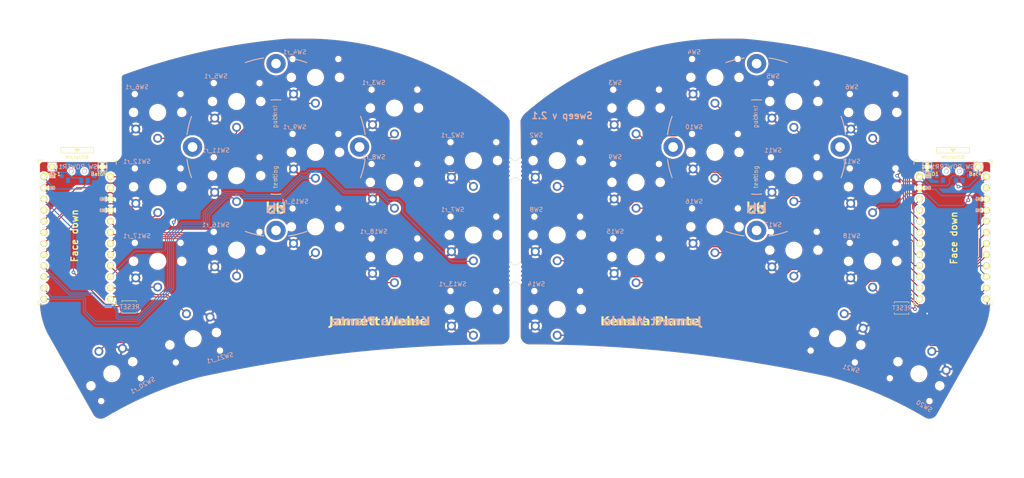
<source format=kicad_pcb>
(kicad_pcb (version 20240108) (generator "pcbnew") (generator_version "8.0")
  (layers (0 "F.Cu" signal) (31 "B.Cu" signal) (34 "B.Paste" user) (35 "F.Paste" user) (36 "B.SilkS" user "B.Silkscreen") (37 "F.SilkS" user "F.Silkscreen") (38 "B.Mask" user) (39 "F.Mask" user) (44 "Edge.Cuts" user))
  (net 0 "")
  (net 1 "BT+")
  (net 2 "gnd")
  (net 3 "Switch18")
  (net 4 "reset")
  (net 5 "Switch1")
  (net 6 "Switch2")
  (net 7 "Switch3")
  (net 8 "Switch4")
  (net 9 "Switch5")
  (net 10 "Switch6")
  (net 11 "Switch7")
  (net 12 "Switch8")
  (net 13 "Switch9")
  (net 14 "Switch10")
  (net 15 "Switch11")
  (net 16 "Switch12")
  (net 17 "Switch13")
  (net 18 "Switch14")
  (net 19 "Switch15")
  (net 20 "Switch16")
  (net 21 "Switch17")
  (net 23 "raw")
  (net 24 "BT+_r")
  (net 25 "Switch18_r")
  (net 26 "reset_r")
  (net 27 "Switch9_r")
  (net 28 "Switch10_r")
  (net 29 "Switch11_r")
  (net 30 "Switch12_r")
  (net 31 "Switch13_r")
  (net 32 "Switch14_r")
  (net 33 "Switch15_r")
  (net 34 "Switch16_r")
  (net 35 "Switch17_r")
  (net 36 "Switch1_r")
  (net 37 "Switch2_r")
  (net 38 "Switch3_r")
  (net 39 "Switch4_r")
  (net 40 "Switch5_r")
  (net 41 "Switch6_r")
  (net 42 "Switch7_r")
  (net 43 "Switch8_r")
  (net 45 "vcc")
  (footprint "kbd:ProMicro_v3_min" (layer "F.Cu") (at 230.178 67.564)
    (property "Reference" "U1" (hide yes))
    (property "Value" "ProMicro-kbd" (hide yes))
  )
  (footprint "Kailh:SW_PG1350_nonrev_DPB" (layer "F.Cu") (at 175.856 64.516)
    (property "Reference" "SW16" (hide yes))
    (property "Value" "SW_Push" (hide yes))
  )
  (footprint "Kailh:SW_PG1350_nonrev_DPB" (layer "F.Cu") (at 222.386 98.082 150)
    (property "Reference" "SW20" (hide yes))
    (property "Value" "SW_Push" (hide yes))
  )
  (footprint "Kailh:SW_PG1350_nonrev_DPB" (layer "F.Cu") (at 157.856 71.374)
    (property "Reference" "SW15" (hide yes))
    (property "Value" "SW_Push" (hide yes))
  )
  (footprint "Kailh:SW_PG1350_nonrev_DPB" (layer "F.Cu") (at 203.826 90.082 165)
    (property "Reference" "SW21" (hide yes))
    (property "Value" "SW_Push" (hide yes))
  )
  (footprint "Kailh:SW_PG1350_nonrev_DPB" (layer "F.Cu") (at 193.856 69.85)
    (property "Reference" "SW17" (hide yes))
    (property "Value" "SW_Push" (hide yes))
  )
  (footprint "Kailh:SW_PG1350_nonrev_DPB" (layer "F.Cu") (at 211.836 72.39)
    (property "Reference" "SW18" (hide yes))
    (property "Value" "SW_Push" (hide yes))
  )
  (footprint "Kailh:SW_PG1350_nonrev_DPB" (layer "F.Cu") (at 175.856 30.382)
    (property "Reference" "SW4" (hide yes))
    (property "Value" "SW_Push" (hide yes))
  )
  (footprint "Kailh:SW_PG1350_nonrev_DPB" (layer "F.Cu") (at 157.856 37.382)
    (property "Reference" "SW3" (hide yes))
    (property "Value" "SW_Push" (hide yes))
  )
  (footprint "Kailh:SW_PG1350_nonrev_DPB" (layer "F.Cu") (at 157.856 54.356)
    (property "Reference" "SW9" (hide yes))
    (property "Value" "SW_Push" (hide yes))
  )
  (footprint "Kailh:SW_PG1350_nonrev_DPB" (layer "F.Cu") (at 139.856 83.382)
    (property "Reference" "SW14" (hide yes))
    (property "Value" "SW_Push" (hide yes))
  )
  (footprint "Kailh:SW_PG1350_nonrev_DPB" (layer "F.Cu") (at 211.836 55.372)
    (property "Reference" "SW12" (hide yes))
    (property "Value" "SW_Push" (hide yes))
  )
  (footprint "Kailh:SW_PG1350_nonrev_DPB" (layer "F.Cu") (at 193.856 52.832)
    (property "Reference" "SW11" (hide yes))
    (property "Value" "SW_Push" (hide yes))
  )
  (footprint "Kailh:SW_PG1350_nonrev_DPB" (layer "F.Cu") (at 139.856 66.382)
    (property "Reference" "SW8" (hide yes))
    (property "Value" "SW_Push" (hide yes))
  )
  (footprint "Kailh:SW_PG1350_nonrev_DPB" (layer "F.Cu") (at 211.856 38.382)
    (property "Reference" "SW6" (hide yes))
    (property "Value" "SW_Push" (hide yes))
  )
  (footprint "Kailh:SW_PG1350_nonrev_DPB" (layer "F.Cu") (at 193.856 35.882)
    (property "Reference" "SW5" (hide yes))
    (property "Value" "SW_Push" (hide yes))
  )
  (footprint "Kailh:SW_PG1350_nonrev_DPB" (layer "F.Cu") (at 139.856 49.382)
    (property "Reference" "SW2" (hide yes))
    (property "Value" "SW_Push" (hide yes))
  )
  (footprint "Duckyb-Parts:mouse-bite-5mm-slot-with-space-for-track" (layer "F.Cu") (at 130.302 75.184)
    (property "Reference" "mouse-bite-2mm-slot" (hide yes))
    (property "Value" "VAL**" (hide yes))
  )
  (footprint "kbd:SW_SPST_B3U-1000P" (layer "F.Cu") (at 218.44 83.058)
    (property "Reference" "RSW1" (hide yes))
    (property "Value" "SW_Push")
  )
  (footprint "Kailh:SW_PG1350_nonrev_DPB" (layer "F.Cu") (at 175.856 47.498)
    (property "Reference" "SW10" (hide yes))
    (property "Value" "SW_Push" (hide yes))
  )
  (footprint "kbd:Tenting_Puck2" (layer "F.Cu") (at 185.356 46.282)
    (property "Reference" "REF**")
    (property "Value" "Tenting Puck")
  )
  (footprint "kbd:1pin_conn" (layer "F.Cu") (at 235.966 50.8)
    (property "Reference" "Bat+r1")
    (property "Value" "MountingHole_Pad" (hide yes))
  )
  (footprint "kbd:1pin_conn" (layer "F.Cu") (at 224.282 50.8)
    (property "Reference" "BatGND1")
    (property "Value" "MountingHole_Pad" (hide yes))
  )
  (footprint "kbd:ProMicro_v3_min" (layer "F.Cu") (at 30.326 67.564)
    (property "Reference" "U2" (hide yes))
    (property "Value" "ProMicro-kbd" (hide yes))
  )
  (footprint "Kailh:SW_PG1350_nonrev_DPB" (layer "F.Cu") (at 48.686 72.39)
    (property "Reference" "SW17_r1" (hide yes))
    (property "Value" "SW_Push" (hide yes))
  )
  (footprint "Kailh:SW_PG1350_nonrev_DPB" (layer "F.Cu") (at 66.7 52.832)
    (property "Reference" "SW11_r1" (hide yes))
    (property "Value" "SW_Push" (hide yes))
  )
  (footprint "Kailh:SW_PG1350_nonrev_DPB" (layer "F.Cu") (at 84.688 64.516)
    (property "Reference" "SW15_r1" (hide yes))
    (property "Value" "SW_Push" (hide yes))
  )
  (footprint "Kailh:SW_PG1350_nonrev_DPB" (layer "F.Cu") (at 102.714 71.374)
    (property "Reference" "SW18_r1" (hide yes))
    (property "Value" "SW_Push" (hide yes))
  )
  (footprint "Kailh:SW_PG1350_nonrev_DPB" (layer "F.Cu") (at 48.686 38.382)
    (property "Reference" "SW6_r1" (hide yes))
    (property "Value" "SW_Push" (hide yes))
  )
  (footprint "Kailh:SW_PG1350_nonrev_DPB" (layer "F.Cu") (at 66.7 35.882)
    (property "Reference" "SW5_r1" (hide yes))
    (property "Value" "SW_Push" (hide yes))
  )
  (footprint "Kailh:SW_PG1350_nonrev_DPB" (layer "F.Cu") (at 120.732 49.382)
    (property "Reference" "SW2_r1" (hide yes))
    (property "Value" "SW_Push" (hide yes))
  )
  (footprint "Kailh:SW_PG1350_nonrev_DPB" (layer "F.Cu") (at 66.7 69.85)
    (property "Reference" "SW16_r1" (hide yes))
    (property "Value" "SW_Push" (hide yes))
  )
  (footprint "Kailh:SW_PG1350_nonrev_DPB" (layer "F.Cu") (at 84.688 30.382)
    (property "Reference" "SW4_r1" (hide yes))
    (property "Value" "SW_Push" (hide yes))
  )
  (footprint "Kailh:SW_PG1350_nonrev_DPB" (layer "F.Cu") (at 120.732 83.382)
    (property "Reference" "SW13_r1" (hide yes))
    (property "Value" "SW_Push" (hide yes))
  )
  (footprint "Kailh:SW_PG1350_nonrev_DPB" (layer "F.Cu") (at 48.686 55.372)
    (property "Reference" "SW12_r1" (hide yes))
    (property "Value" "SW_Push" (hide yes))
  )
  (footprint "Kailh:SW_PG1350_nonrev_DPB" (layer "F.Cu") (at 102.714 37.382)
    (property "Reference" "SW3_r1" (hide yes))
    (property "Value" "SW_Push" (hide yes))
  )
  (footprint "Kailh:SW_PG1350_nonrev_DPB" (layer "F.Cu") (at 102.714 54.356)
    (property "Reference" "SW8_r1" (hide yes))
    (property "Value" "SW_Push" (hide yes))
  )
  (footprint "Kailh:SW_PG1350_nonrev_DPB" (layer "F.Cu") (at 56.778 90.082 -165)
    (property "Reference" "SW21_r1" (hide yes))
    (property "Value" "SW_Push" (hide yes))
  )
  (footprint "Kailh:SW_PG1350_nonrev_DPB" (layer "F.Cu") (at 84.688 47.498)
    (property "Reference" "SW9_r1" (hide yes))
    (property "Value" "SW_Push" (hide yes))
  )
  (footprint "Kailh:SW_PG1350_nonrev_DPB" (layer "F.Cu") (at 38.218 98.082 -150)
    (property "Reference" "SW20_r1" (hide yes))
    (property "Value" "SW_Push" (hide yes))
  )
  (footprint "Kailh:SW_PG1350_nonrev_DPB" (layer "F.Cu") (at 120.732 66.382)
    (property "Reference" "SW7_r1" (hide yes))
    (property "Value" "SW_Push" (hide yes))
  )
  (footprint "kbd:Tenting_Puck2" (layer "F.Cu") (at 75.692 46.282)
    (property "Reference" "REF**")
    (property "Value" "Tenting Puck")
  )
  (footprint "kbd:1pin_conn" (layer "F.Cu") (at 36.068 50.8)
    (property "Reference" "BatGND4")
    (property "Value" "MountingHole_Pad" (hide yes))
  )
  (footprint "kbd:1pin_conn" (layer "F.Cu") (at 24.638 50.8)
    (property "Reference" "Bat+1")
    (property "Value" "MountingHole_Pad" (hide yes))
  )
  (footprint "kbd:SW_SPST_B3U-1000P" (layer "F.Cu") (at 42.164 82.804)
    (property "Reference" "RSW2" (hide yes))
    (property "Value" "SW_Push")
  )
  (footprint "" (layer "F.Cu") (at 129.286 51.308)
    (property "Reference" "")
    (property "Value" "")
  )
  (footprint "" (layer "F.Cu") (at 129.286 52.324)
    (property "Reference" "")
    (property "Value" "")
  )
  (footprint "" (layer "F.Cu") (at 129.286 50.292)
    (property "Reference" "")
    (property "Value" "")
  )
  (footprint "Duckyb-Parts:mouse-bite-5mm-slot-with-space-for-track" (layer "F.Cu") (at 130.302 51.308)
    (property "Reference" "mouse-bite-2mm-slot" (hide yes))
    (property "Value" "VAL**" (hide yes))
  )
  (footprint "" (layer "F.Cu") (at 129.286 53.34)
    (property "Reference" "")
    (property "Value" "")
  )
  (footprint "Kailh:SPDT_C128955" (layer "B.Cu") (at 230.124 51.816 180)
    (property "Reference" "SW_POWERR1")
    (property "Value" "SW_SPDT")
  )
  (footprint "Kailh:SPDT_C128955" (layer "B.Cu") (at 30.48 51.816 180)
    (property "Reference" "SW_POWER1")
    (property "Value" "SW_SPDT")
  )
  (gr_line (start 131.5085 77.724) (end 131.506 89.547024) (stroke (width 0.05)) (layer "Edge.Cuts"))
  (gr_line (start 219.998001 47.763999) (end 219.998045 30.439419) (stroke (width 0.05)) (layer "Edge.Cuts"))
  (gr_arc (start 226.446 107.451265) (mid 225.204995 108.32098) (end 223.714 108.05) (stroke (width 0.05)) (layer "Edge.Cuts"))
  (gr_arc (start 222.033002 49.694917) (mid 220.620534 49.145716) (end 219.998001 47.763999) (stroke (width 0.05)) (layer "Edge.Cuts"))
  (gr_arc (start 182.067777 21.502679) (mid 201.091879 24.375764) (end 219.56329 29.758889) (stroke (width 0.05)) (layer "Edge.Cuts"))
  (gr_arc (start 132.892692 38.264646) (mid 153.988408 25.788783) (end 178.120389 21.508139) (stroke (width 0.05)) (layer "Edge.Cuts"))
  (gr_arc (start 237.938 49.692) (mid 238.46833 49.91167) (end 238.688 50.442) (stroke (width 0.05)) (layer "Edge.Cuts"))
  (gr_arc (start 131.466055 40.278702) (mid 132.022929 39.160882) (end 132.893 38.265) (stroke (width 0.05)) (layer "Edge.Cuts"))
  (gr_arc (start 133.544 91.383119) (mid 132.156573 90.874102) (end 131.506254 89.547024) (stroke (width 0.05)) (layer "Edge.Cuts"))
  (gr_arc (start 219.56329 29.758889) (mid 219.880079 30.035645) (end 219.998045 30.439419) (stroke (width 0.05)) (layer "Edge.Cuts"))
  (gr_arc (start 202.185134 98.863946) (mid 213.262488 102.723597) (end 223.714 108.05) (stroke (width 0.05)) (layer "Edge.Cuts"))
  (gr_line (start 222.033002 49.694917) (end 237.938 49.692) (stroke (width 0.05)) (layer "Edge.Cuts"))
  (gr_arc (start 133.544 91.383119) (mid 168.064442 93.289554) (end 202.185134 98.863946) (stroke (width 0.05)) (layer "Edge.Cuts"))
  (gr_line (start 238.688 58.42) (end 238.688 66.548) (stroke (width 0.05)) (layer "Edge.Cuts"))
  (gr_line (start 236.953304 88.85815) (end 226.446 107.451265) (stroke (width 0.05)) (layer "Edge.Cuts"))
  (gr_arc (start 238.7 81.534) (mid 238.242913 85.295347) (end 236.953304 88.85815) (stroke (width 0.05)) (layer "Edge.Cuts"))
  (gr_line (start 182.067777 21.502679) (end 178.120389 21.508139) (stroke (width 0.05)) (layer "Edge.Cuts"))
  (gr_line (start 238.688 50.442) (end 238.688 58.42) (stroke (width 0.05)) (layer "Edge.Cuts"))
  (gr_line (start 131.466055 40.278702) (end 131.572 48.768) (stroke (width 0.05)) (layer "Edge.Cuts"))
  (gr_line (start 129.3495 48.768) (end 128.96 48.768) (stroke (width 0.05)) (layer "Edge.Cuts"))
  (gr_line (start 238.688 66.548) (end 238.688 75.438) (stroke (width 0.05)) (layer "Edge.Cuts"))
  (gr_line (start 238.688 75.438) (end 238.7 81.534) (stroke (width 0.05)) (layer "Edge.Cuts"))
  (gr_line (start 129.3495 72.644) (end 128.96 72.644) (stroke (width 0.05)) (layer "Edge.Cuts"))
  (gr_line (start 129.3495 53.848) (end 128.96 53.848) (stroke (width 0.05)) (layer "Edge.Cuts"))
  (gr_line (start 129.3495 77.724) (end 128.96 77.724) (stroke (width 0.05)) (layer "Edge.Cuts"))
  (gr_line (start 131.572 53.848) (end 131.572 72.644) (stroke (width 0.05)) (layer "Edge.Cuts"))
  (gr_line (start 78.412223 21.502679) (end 82.613611 21.508139) (stroke (width 0.05)) (layer "Edge.Cuts"))
  (gr_line (start 21.792 50.442) (end 21.792 58.42) (stroke (width 0.05)) (layer "Edge.Cuts"))
  (gr_line (start 128.96 77.724) (end 128.975507 89.545022) (stroke (width 0.05)) (layer "Edge.Cuts"))
  (gr_arc (start 127.587 38.265) (mid 128.457071 39.160882) (end 129.013945 40.278702) (stroke (width 0.05)) (layer "Edge.Cuts"))
  (gr_arc (start 128.975507 89.545022) (mid 128.324689 90.873432) (end 126.936 91.383119) (stroke (width 0.05)) (layer "Edge.Cuts"))
  (gr_line (start 40.481999 47.763999) (end 40.481955 30.439419) (stroke (width 0.05)) (layer "Edge.Cuts"))
  (gr_line (start 21.792 66.548) (end 21.792 73.914) (stroke (width 0.05)) (layer "Edge.Cuts"))
  (gr_line (start 23.526696 88.85815) (end 34.034 107.451265) (stroke (width 0.05)) (layer "Edge.Cuts"))
  (gr_arc (start 40.481999 47.763999) (mid 39.859467 49.145717) (end 38.446998 49.694917) (stroke (width 0.05)) (layer "Edge.Cuts"))
  (gr_arc (start 40.91671 29.758889) (mid 59.388121 24.375764) (end 78.412223 21.502679) (stroke (width 0.05)) (layer "Edge.Cuts"))
  (gr_arc (start 58.294866 98.863946) (mid 92.415558 93.289555) (end 126.936 91.383119) (stroke (width 0.05)) (layer "Edge.Cuts"))
  (gr_arc (start 23.526696 88.85815) (mid 22.237087 85.295347) (end 21.78 81.534) (stroke (width 0.05)) (layer "Edge.Cuts"))
  (gr_arc (start 21.792 50.442) (mid 22.01167 49.91167) (end 22.542 49.692) (stroke (width 0.05)) (layer "Edge.Cuts"))
  (gr_line (start 38.446998 49.694917) (end 22.542 49.692) (stroke (width 0.05)) (layer "Edge.Cuts"))
  (gr_line (start 21.792 58.42) (end 21.792 66.548) (stroke (width 0.05)) (layer "Edge.Cuts"))
  (gr_arc (start 40.481955 30.439419) (mid 40.599921 30.035645) (end 40.91671 29.758889) (stroke (width 0.05)) (layer "Edge.Cuts"))
  (gr_arc (start 36.766 108.05) (mid 35.275005 108.32098) (end 34.034 107.451265) (stroke (width 0.05)) (layer "Edge.Cuts"))
  (gr_arc (start 82.613611 21.508139) (mid 106.610476 25.833455) (end 127.587 38.265) (stroke (width 0.05)) (layer "Edge.Cuts"))
  (gr_arc (start 36.766 108.05) (mid 47.217512 102.723597) (end 58.294866 98.863946) (stroke (width 0.05)) (layer "Edge.Cuts"))
  (gr_line (start 21.792 73.914) (end 21.78 81.534) (stroke (width 0.05)) (layer "Edge.Cuts"))
  (gr_line (start 128.96 53.848) (end 128.96 72.644) (stroke (width 0.05)) (layer "Edge.Cuts"))
  (gr_line (start 129.013945 40.278702) (end 128.96 48.768) (stroke (width 0.05)) (layer "Edge.Cuts"))
  (gr_line (start 131.572 72.644) (end 131.2545 72.644) (stroke (width 0.05)) (layer "Edge.Cuts"))
  (gr_arc (start 129.349501 53.848) (mid 130.302 53.203127) (end 131.254499 53.848001) (stroke (width 0.05)) (layer "Edge.Cuts"))
  (gr_arc (start 131.254499 72.644) (mid 130.302 73.288873) (end 129.349501 72.643999) (stroke (width 0.05)) (layer "Edge.Cuts"))
  (gr_arc (start 131.254499 48.768) (mid 130.302 49.412873) (end 129.349501 48.767999) (stroke (width 0.05)) (layer "Edge.Cuts"))
  (gr_line (start 131.572 48.768) (end 131.2545 48.768) (stroke (width 0.05)) (layer "Edge.Cuts"))
  (gr_line (start 131.572 53.848) (end 131.2545 53.848) (stroke (width 0.05)) (layer "Edge.Cuts"))
  (gr_line (start 131.5085 77.724) (end 131.2545 77.724) (stroke (width 0.05)) (layer "Edge.Cuts"))
  (gr_arc (start 129.349501 77.724) (mid 130.302 77.079127) (end 131.254499 77.724001) (stroke (width 0.05)) (layer "Edge.Cuts"))
  (gr_text "Sweep v 2.1" (at 140.97 39.116 0) (layer "B.SilkS") (effects (font (size 1.5 1.5) (thickness 0.3)) (justify mirror)))
  (gr_text "Jannett Wehle" (at 161.544 87.376 0) (layer "B.SilkS") (effects (font (size 2.032 2.032) (thickness 0.3048) (bold yes)) (justify bottom mirror)))
  (gr_text "Kendra Plante" (at 99.568 87.376 0) (layer "B.SilkS") (effects (font (size 2.032 2.032) (thickness 0.3048) (bold yes)) (justify bottom mirror)))
  (gr_text "Face down" (at 230.378 67.056 90) (layer "F.SilkS") (effects (font (size 1.5 1.5) (thickness 0.3))))
  (gr_text "Face down" (at 29.718 66.548 90) (layer "F.SilkS") (effects (font (size 1.5 1.5) (thickness 0.3))))
  (gr_text "Kendra Plante" (at 161.036 87.376 0) (layer "F.SilkS") (effects (font (size 2.032 2.032) (thickness 0.3048) (bold yes)) (justify bottom)))
  (gr_text "Jannett Wehle" (at 99.06 87.376 0) (layer "F.SilkS") (effects (font (size 2.032 2.032) (thickness 0.3048) (bold yes)) (justify bottom)))
  (segment (start 25.908 52.07) (end 28.003638 52.07) (width 0.25) (layer "B.Cu") (net 1))
  (segment (start 24.638 50.8) (end 25.908 52.07) (width 0.25) (layer "B.Cu") (net 1))
  (segment (start 28.003638 52.07) (end 29.273638 53.34) (width 0.25) (layer "B.Cu") (net 1))
  (segment (start 30.679 53.34) (end 31.23 53.891) (width 0.25) (layer "B.Cu") (net 1))
  (segment (start 29.273638 53.34) (end 30.679 53.34) (width 0.25) (layer "B.Cu") (net 1))
  (segment (start 40.40601 82.74601) (end 40.464 82.804) (width 0.25) (layer "F.Cu") (net 2))
  (segment (start 34.076 83.552) (end 37.80201 83.552) (width 0.25) (layer "F.Cu") (net 2))
  (segment (start 37.80201 83.552) (end 38.608 82.74601) (width 0.25) (layer "F.Cu") (net 2))
  (segment (start 38.608 82.74601) (end 40.40601 82.74601) (width 0.25) (layer "F.Cu") (net 2))
  (via (at 224.282 84.328) (size 0.8) (drill 0.4) (layers "F.Cu" "B.Cu") (net 2))
  (segment (start 213.159159 42.182) (end 206.856 42.182) (width 0.25) (layer "B.Cu") (net 2))
  (segment (start 221.777159 50.8) (end 213.159159 42.182) (width 0.25) (layer "B.Cu") (net 2))
  (segment (start 224.282 50.8) (end 221.777159 50.8) (width 0.25) (layer "B.Cu") (net 2))
  (segment (start 220.14 83.058) (end 221.234 83.058) (width 0.25) (layer "F.Cu") (net 4))
  (segment (start 221.234 83.058) (end 221.488 83.312) (width 0.25) (layer "F.Cu") (net 4))
  (via (at 221.488 83.312) (size 0.8) (drill 0.4) (layers "F.Cu" "B.Cu") (net 4))
  (segment (start 221.488 82.55) (end 221.234 82.296) (width 0.25) (layer "B.Cu") (net 4))
  (segment (start 221.488 83.312) (end 221.488 82.55) (width 0.25) (layer "B.Cu") (net 4))
  (segment (start 221.234 59.7014) (end 221.234 82.296) (width 0.25) (layer "B.Cu") (net 4))
  (segment (start 222.7694 58.166) (end 221.234 59.7014) (width 0.25) (layer "B.Cu") (net 4))
  (segment (start 164.03999 43.73201) (end 167.057719 43.732009) (width 0.25) (layer "F.Cu") (net 5))
  (segment (start 188.6032 46.36602) (end 196.53079 46.36602) (width 0.25) (layer "F.Cu") (net 5))
  (segment (start 205.486 50.8) (end 205.994 50.292) (width 0.25) (layer "F.Cu") (net 5))
  (segment (start 139.856 55.282) (end 146.295954 55.282) (width 0.25) (layer "F.Cu") (net 5))
  (segment (start 218.41796 51.83804) (end 217.424 52.832) (width 0.25) (layer "F.Cu") (net 5))
  (segment (start 146.295954 55.282) (end 156.954953 44.623001) (width 0.25) (layer "F.Cu") (net 5))
  (segment (start 205.994 50.292) (end 217.678 50.292) (width 0.25) (layer "F.Cu") (net 5))
  (segment (start 169.641728 41.148) (end 183.38518 41.148) (width 0.25) (layer "F.Cu") (net 5))
  (segment (start 202.946 50.8) (end 205.486 50.8) (width 0.25) (layer "F.Cu") (net 5))
  (segment (start 197.85878 47.69401) (end 199.84001 47.69401) (width 0.25) (layer "F.Cu") (net 5))
  (segment (start 237.675495 76.259905) (end 237.9894 75.946) (width 0.25) (layer "F.Cu") (net 5))
  (segment (start 217.678 50.292) (end 218.41796 51.03196) (width 0.25) (layer "F.Cu") (net 5))
  (segment (start 196.53079 46.36602) (end 197.85878 47.69401) (width 0.25) (layer "F.Cu") (net 5))
  (segment (start 156.954953 44.623001) (end 163.148999 44.623001) (width 0.25) (layer "F.Cu") (net 5))
  (segment (start 218.41796 51.03196) (end 218.41796 51.83804) (width 0.25) (layer "F.Cu") (net 5))
  (segment (start 199.84001 47.69401) (end 202.946 50.8) (width 0.25) (layer "F.Cu") (net 5))
  (segment (start 183.38518 41.148) (end 188.6032 46.36602) (width 0.25) (layer "F.Cu") (net 5))
  (segment (start 217.424 52.832) (end 217.424 52.832) (width 0.25) (layer "F.Cu") (net 5))
  (segment (start 163.148999 44.623001) (end 164.03999 43.73201) (width 0.25) (layer "F.Cu") (net 5))
  (segment (start 167.057719 43.732009) (end 169.641728 41.148) (width 0.25) (layer "F.Cu") (net 5))
  (via (at 217.424 52.832) (size 0.8) (drill 0.4) (layers "F.Cu" "B.Cu") (net 5))
  (segment (start 237.9894 75.946) (end 236.4697 74.4263) (width 0.25) (layer "B.Cu") (net 5))
  (segment (start 236.4697 58.4243) (end 235.4451 57.3997) (width 0.25) (layer "B.Cu") (net 5))
  (segment (start 236.4697 74.4263) (end 236.4697 58.4243) (width 0.25) (layer "B.Cu") (net 5))
  (segment (start 224.711081 55.958919) (end 222.925163 54.173001) (width 0.25) (layer "B.Cu") (net 5))
  (segment (start 218.765001 54.173001) (end 217.424 52.832) (width 0.25) (layer "B.Cu") (net 5))
  (segment (start 235.4451 57.3997) (end 227.5797 57.3997) (width 0.25) (layer "B.Cu") (net 5))
  (segment (start 227.5797 57.3997) (end 226.138919 55.958919) (width 0.25) (layer "B.Cu") (net 5))
  (segment (start 226.138919 55.958919) (end 224.711081 55.958919) (width 0.25) (layer "B.Cu") (net 5))
  (segment (start 222.925163 54.173001) (end 218.765001 54.173001) (width 0.25) (layer "B.Cu") (net 5))
  (segment (start 203.07441 50.292) (end 205.35759 50.292) (width 0.25) (layer "F.Cu") (net 6))
  (segment (start 205.933189 49.716401) (end 218.243991 49.716401) (width 0.25) (layer "F.Cu") (net 6))
  (segment (start 218.86797 50.34038) (end 218.86797 65.70597) (width 0.25) (layer "F.Cu") (net 6))
  (segment (start 200.026411 47.244001) (end 203.07441 50.292) (width 0.25) (layer "F.Cu") (net 6))
  (segment (start 159.234991 44.172991) (end 162.962599 44.172991) (width 0.25) (layer "F.Cu") (net 6))
  (segment (start 163.853591 43.282001) (end 166.871317 43.282001) (width 0.25) (layer "F.Cu") (net 6))
  (segment (start 157.856 43.282) (end 158.344 43.282) (width 0.25) (layer "F.Cu") (net 6))
  (segment (start 169.513318 40.64) (end 183.51359 40.64) (width 0.25) (layer "F.Cu") (net 6))
  (segment (start 205.35759 50.292) (end 205.933189 49.716401) (width 0.25) (layer "F.Cu") (net 6))
  (segment (start 166.871317 43.282001) (end 169.513318 40.64) (width 0.25) (layer "F.Cu") (net 6))
  (segment (start 162.962599 44.172991) (end 163.853591 43.282001) (width 0.25) (layer "F.Cu") (net 6))
  (segment (start 158.344 43.282) (end 159.234991 44.172991) (width 0.25) (layer "F.Cu") (net 6))
  (segment (start 218.243991 49.716401) (end 218.86797 50.34038) (width 0.25) (layer "F.Cu") (net 6))
  (segment (start 221.234 70.358) (end 221.742 70.866) (width 0.25) (layer "F.Cu") (net 6))
  (segment (start 218.86797 65.70597) (end 221.234 68.072) (width 0.25) (layer "F.Cu") (net 6))
  (segment (start 221.234 68.072) (end 221.234 70.358) (width 0.25) (layer "F.Cu") (net 6))
  (segment (start 221.742 70.866) (end 222.5694 70.866) (width 0.25) (layer "F.Cu") (net 6))
  (segment (start 198.55318 47.244) (end 200.026411 47.244001) (width 0.25) (layer "F.Cu") (net 6))
  (segment (start 198.46359 47.15441) (end 198.55318 47.244) (width 0.25) (layer "F.Cu") (net 6))
  (segment (start 196.71719 45.91601) (end 197.95559 47.15441) (width 0.25) (layer "F.Cu") (net 6))
  (segment (start 183.51359 40.64) (end 188.7896 45.91601) (width 0.25) (layer "F.Cu") (net 6))
  (segment (start 188.7896 45.91601) (end 196.71719 45.91601) (width 0.25) (layer "F.Cu") (net 6))
  (segment (start 197.95559 47.15441) (end 198.46359 47.15441) (width 0.25) (layer "F.Cu") (net 6))
  (segment (start 219.31798 64.87458) (end 222.7694 68.326) (width 0.25) (layer "F.Cu") (net 7))
  (segment (start 188.976 45.466) (end 196.90359 45.466) (width 0.25) (layer "F.Cu") (net 7))
  (segment (start 179.76399 40.18999) (end 183.69999 40.18999) (width 0.25) (layer "F.Cu") (net 7))
  (segment (start 198.1156 46.67801) (end 200.20999 46.67801) (width 0.25) (layer "F.Cu") (net 7))
  (segment (start 218.430392 49.266392) (end 219.31798 50.15398) (width 0.25) (layer "F.Cu") (net 7))
  (segment (start 183.69999 40.18999) (end 188.976 45.466) (width 0.25) (layer "F.Cu") (net 7))
  (segment (start 205.17119 49.84199) (end 205.746788 49.266392) (width 0.25) (layer "F.Cu") (net 7))
  (segment (start 219.31798 50.15398) (end 219.31798 64.87458) (width 0.25) (layer "F.Cu") (net 7))
  (segment (start 196.90359 45.466) (end 198.1156 46.67801) (width 0.25) (layer "F.Cu") (net 7))
  (segment (start 175.856 36.282) (end 179.76399 40.18999) (width 0.25) (layer "F.Cu") (net 7))
  (segment (start 205.746788 49.266392) (end 218.430392 49.266392) (width 0.25) (layer "F.Cu") (net 7))
  (segment (start 203.26081 49.84199) (end 205.17119 49.84199) (width 0.25) (layer "F.Cu") (net 7))
  (segment (start 200.20999 46.67801) (end 200.20999 46.79117) (width 0.25) (layer "F.Cu") (net 7))
  (segment (start 200.20999 46.79117) (end 203.26081 49.84199) (width 0.25) (layer "F.Cu") (net 7))
  (segment (start 193.856 41.782) (end 198.302 46.228) (width 0.25) (layer "F.Cu") (net 8))
  (segment (start 219.76799 49.84199) (end 219.76799 62.78459) (width 0.25) (layer "F.Cu") (net 8))
  (segment (start 203.44721 49.39198) (end 204.98479 49.39198) (width 0.25) (layer "F.Cu") (net 8))
  (segment (start 205.560388 48.816382) (end 218.742382 48.816382) (width 0.25) (layer "F.Cu") (net 8))
  (segment (start 218.742382 48.816382) (end 219.76799 49.84199) (width 0.25) (layer "F.Cu") (net 8))
  (segment (start 200.66 46.49161) (end 200.66 46.60477) (width 0.25) (layer "F.Cu") (net 8))
  (segment (start 200.396391 46.228001) (end 200.66 46.49161) (width 0.25) (layer "F.Cu") (net 8))
  (segment (start 204.98479 49.39198) (end 205.560388 48.816382) (width 0.25) (layer "F.Cu") (net 8))
  (segment (start 219.76799 62.78459) (end 222.7694 65.786) (width 0.25) (layer "F.Cu") (net 8))
  (segment (start 198.302 46.228) (end 200.396391 46.228001) (width 0.25) (layer "F.Cu") (net 8))
  (segment (start 200.66 46.60477) (end 203.44721 49.39198) (width 0.25) (layer "F.Cu") (net 8))
  (segment (start 220.218 49.276) (end 220.218 60.6946) (width 0.25) (layer "F.Cu") (net 9))
  (segment (start 211.856 44.282) (end 215.940372 48.366372) (width 0.25) (layer "F.Cu") (net 9))
  (segment (start 215.940372 48.366372) (end 219.308372 48.366372) (width 0.25) (layer "F.Cu") (net 9))
  (segment (start 220.218 60.6946) (end 222.7694 63.246) (width 0.25) (layer "F.Cu") (net 9))
  (segment (start 219.308372 48.366372) (end 220.218 49.276) (width 0.25) (layer "F.Cu") (net 9))
  (segment (start 190.290508 58.98599) (end 192.78552 56.49098) (width 0.25) (layer "F.Cu") (net 10))
  (segment (start 160.13599 59.80599) (end 166.738918 59.80599) (width 0.25) (layer "F.Cu") (net 10))
  (segment (start 157.339659 58.787659) (end 159.117659 58.787659) (width 0.25) (layer "F.Cu") (net 10))
  (segment (start 139.856 72.282) (end 143.845318 72.282) (width 0.25) (layer "F.Cu") (net 10))
  (segment (start 143.845318 72.282) (end 157.339659 58.787659) (width 0.25) (layer "F.Cu") (net 10))
  (segment (start 180.097546 55.106454) (end 180.097546 56.399546) (width 0.25) (layer "F.Cu") (net 10))
  (segment (start 197.209801 56.490981) (end 205.858801 65.139981) (width 0.25) (layer "F.Cu") (net 10))
  (segment (start 176.598082 51.60699) (end 180.097546 55.106454) (width 0.25) (layer "F.Cu") (net 10))
  (segment (start 217.665571 65.139981) (end 220.534795 68.009205) (width 0.25) (layer "F.Cu") (net 10))
  (segment (start 182.68399 58.98599) (end 190.290508 58.98599) (width 0.25) (layer "F.Cu") (net 10))
  (segment (start 220.534795 68.009205) (end 220.61002 68.08443) (width 0.25) (layer "F.Cu") (net 10))
  (segment (start 220.61002 68.08443) (end 220.61002 72.52802) (width 0.25) (layer "F.Cu") (net 10))
  (segment (start 159.117659 58.787659) (end 160.13599 59.80599) (width 0.25) (layer "F.Cu") (net 10))
  (segment (start 174.937919 51.606989) (end 176.598082 51.60699) (width 0.25) (layer "F.Cu") (net 10))
  (segment (start 166.738918 59.80599) (end 174.937919 51.606989) (width 0.25) (layer "F.Cu") (net 10))
  (segment (start 205.858801 65.139981) (end 217.665571 65.139981) (width 0.25) (layer "F.Cu") (net 10))
  (segment (start 220.61002 72.52802) (end 221.488 73.406) (width 0.25) (layer "F.Cu") (net 10))
  (segment (start 221.488 73.406) (end 222.5694 73.406) (width 0.25) (layer "F.Cu") (net 10))
  (segment (start 192.78552 56.49098) (end 197.209801 56.490981) (width 0.25) (layer "F.Cu") (net 10))
  (segment (start 180.097546 56.399546) (end 182.68399 58.98599) (width 0.25) (layer "F.Cu") (net 10))
  (segment (start 205.6724 65.58999) (end 217.479171 65.589991) (width 0.25) (layer "F.Cu") (net 11))
  (segment (start 219.96259 68.07341) (end 220.16001 68.27083) (width 0.25) (layer "F.Cu") (net 11))
  (segment (start 220.16001 68.27083) (end 220.16001 73.53661) (width 0.25) (layer "F.Cu") (net 11))
  (segment (start 217.479171 65.589991) (end 219.96259 68.07341) (width 0.25) (layer "F.Cu") (net 11))
  (segment (start 220.16001 73.53661) (end 222.5694 75.946) (width 0.25) (layer "F.Cu") (net 11))
  (segment (start 179.578 55.223318) (end 179.578 56.57159) (width 0.25) (layer "F.Cu") (net 11))
  (segment (start 197.0234 56.94099) (end 205.6724 65.58999) (width 0.25) (layer "F.Cu") (net 11))
  (segment (start 166.925318 60.256) (end 175.124319 52.056999) (width 0.25) (layer "F.Cu") (net 11))
  (segment (start 192.971919 56.940989) (end 197.0234 56.94099) (width 0.25) (layer "F.Cu") (net 11))
  (segment (start 175.124319 52.056999) (end 176.411681 52.056999) (width 0.25) (layer "F.Cu") (net 11))
  (segment (start 190.476908 59.436) (end 192.971919 56.940989) (width 0.25) (layer "F.Cu") (net 11))
  (segment (start 157.856 60.256) (end 166.925318 60.256) (width 0.25) (layer "F.Cu") (net 11))
  (segment (start 182.44241 59.436) (end 190.476908 59.436) (width 0.25) (layer "F.Cu") (net 11))
  (segment (start 179.578 56.57159) (end 182.44241 59.436) (width 0.25) (layer "F.Cu") (net 11))
  (segment (start 176.411681 52.056999) (end 179.578 55.223318) (width 0.25) (layer "F.Cu") (net 11))
  (segment (start 177.116272 53.398) (end 179.12799 55.409718) (width 0.25) (layer "F.Cu") (net 12))
  (segment (start 219.71 75.6266) (end 222.5694 78.486) (width 0.25) (layer "F.Cu") (net 12))
  (segment (start 182.443001 60.073001) (end 190.476317 60.073001) (width 0.25) (layer "F.Cu") (net 12))
  (segment (start 179.12799 56.75799) (end 182.443001 60.073001) (width 0.25) (layer "F.Cu") (net 12))
  (segment (start 193.158319 57.390999) (end 196.836999 57.390999) (width 0.25) (layer "F.Cu") (net 12))
  (segment (start 175.768 53.398) (end 177.116272 53.398) (width 0.25) (layer "F.Cu") (net 12))
  (segment (start 219.644385 68.391615) (end 219.644385 68.639975) (width 0.25) (layer "F.Cu") (net 12))
  (segment (start 190.476317 60.073001) (end 193.158319 57.390999) (width 0.25) (layer "F.Cu") (net 12))
  (segment (start 196.836999 57.390999) (end 205.486 66.04) (width 0.25) (layer "F.Cu") (net 12))
  (segment (start 219.644385 68.639975) (end 219.71 68.70559) (width 0.25) (layer "F.Cu") (net 12))
  (segment (start 217.29277 66.04) (end 219.644385 68.391615) (width 0.25) (layer "F.Cu") (net 12))
  (segment (start 179.12799 55.409718) (end 179.12799 56.75799) (width 0.25) (layer "F.Cu") (net 12))
  (segment (start 219.71 68.70559) (end 219.71 75.6266) (width 0.25) (layer "F.Cu") (net 12))
  (segment (start 205.486 66.04) (end 217.29277 66.04) (width 0.25) (layer "F.Cu") (net 12))
  (segment (start 195.23884 58.732) (end 196.129831 57.841009) (width 0.25) (layer "F.Cu") (net 13))
  (segment (start 221.7477 80.0043) (end 222.7694 81.026) (width 0.25) (layer "F.Cu") (net 13))
  (segment (start 219.202 68.834) (end 219.202 77.4586) (width 0.25) (layer "F.Cu") (net 13))
  (segment (start 215.58801 66.49001) (end 215.646 66.548) (width 0.25) (layer "F.Cu") (net 13))
  (segment (start 205.2996 66.49001) (end 215.58801 66.49001) (width 0.25) (layer "F.Cu") (net 13))
  (segment (start 193.802 58.732) (end 195.23884 58.732) (width 0.25) (layer "F.Cu") (net 13))
  (segment (start 196.129831 57.841009) (end 196.650599 57.841009) (width 0.25) (layer "F.Cu") (net 13))
  (segment (start 219.202 77.4586) (end 221.7477 80.0043) (width 0.25) (layer "F.Cu") (net 13))
  (segment (start 196.650599 57.841009) (end 205.2996 66.49001) (width 0.25) (layer "F.Cu") (net 13))
  (segment (start 216.916 66.548) (end 219.202 68.834) (width 0.25) (layer "F.Cu") (net 13))
  (segment (start 215.646 66.548) (end 216.916 66.548) (width 0.25) (layer "F.Cu") (net 13))
  (segment (start 237.9894 53.086) (end 233.68 57.3954) (width 0.25) (layer "F.Cu") (net 14))
  (segment (start 233.68 57.3954) (end 233.68 58.42) (width 0.25) (layer "F.Cu") (net 14))
  (via (at 233.68 58.42) (size 0.8) (drill 0.4) (layers "F.Cu" "B.Cu") (net 14))
  (segment (start 232.481001 59.618999) (end 233.68 58.42) (width 0.25) (layer "B.Cu") (net 14))
  (segment (start 233.68 58.42) (end 233.68 58.42) (width 0.25) (layer "B.Cu") (net 14))
  (segment (start 211.836 61.272) (end 213.489001 59.618999) (width 0.25) (layer "B.Cu") (net 14))
  (segment (start 219.71 56.896) (end 224.170002 56.896) (width 0.25) (layer "B.Cu") (net 14))
  (segment (start 216.987001 59.618999) (end 219.71 56.896) (width 0.25) (layer "B.Cu") (net 14))
  (segment (start 226.893001 59.618999) (end 232.481001 59.618999) (width 0.25) (layer "B.Cu") (net 14))
  (segment (start 224.170002 56.896) (end 226.893001 59.618999) (width 0.25) (layer "B.Cu") (net 14))
  (segment (start 213.489001 59.618999) (end 216.987001 59.618999) (width 0.25) (layer "B.Cu") (net 14))
  (segment (start 203.14201 77.7916) (end 203.14201 74.10719) (width 0.25) (layer "F.Cu") (net 15))
  (segment (start 210.633118 75.598972) (end 207.31812 78.91397) (width 0.25) (layer "F.Cu") (net 15))
  (segment (start 228.6 78.232) (end 228.69495 78.232) (width 0.25) (layer "F.Cu") (net 15))
  (segment (start 203.14201 74.10719) (end 202.418793 73.383973) (width 0.25) (layer "F.Cu") (net 15))
  (segment (start 228.808717 78.023283) (end 228.6 78.232) (width 0.25) (layer "F.Cu") (net 15))
  (segment (start 216.916 80.772) (end 215.27602 79.13202) (width 0.25) (layer "F.Cu") (net 15))
  (segment (start 222.25 82.296) (end 220.726 80.772) (width 0.25) (layer "F.Cu") (net 15))
  (segment (start 177.719978 69.515978) (end 176.828989 68.624989) (width 0.25) (layer "F.Cu") (net 15))
  (segment (start 228.256865 78.575135) (end 228.256865 80.986725) (width 0.25) (layer "F.Cu") (net 15))
  (segment (start 235.802379 71.124571) (end 235.802379 65.233021) (width 0.25) (layer "F.Cu") (net 15))
  (segment (start 154.641841 75.932999) (end 152.44126 78.13358) (width 0.25) (layer "F.Cu") (net 15))
  (segment (start 202.418793 73.383973) (end 192.910526 73.383972) (width 0.25) (layer "F.Cu") (net 15))
  (segment (start 223.366176 82.296) (end 222.25 82.296) (width 0.25) (layer "F.Cu") (net 15))
  (segment (start 192.910526 73.383972) (end 190.348498 75.946) (width 0.25) (layer "F.Cu") (net 15))
  (segment (start 228.21759 81.026) (end 224.636176 81.026) (width 0.25) (layer "F.Cu") (net 15))
  (segment (start 224.636176 81.026) (end 223.366176 82.296) (width 0.25) (layer "F.Cu") (net 15))
  (segment (start 228.256865 80.986725) (end 228.21759 81.026) (width 0.25) (layer "F.Cu") (net 15))
  (segment (start 185.234659 72.067341) (end 185.234659 71.188659) (width 0.25) (layer "F.Cu") (net 15))
  (segment (start 228.69495 78.232) (end 235.802379 71.124571) (width 0.25) (layer "F.Cu") (net 15))
  (segment (start 190.348498 75.946) (end 189.113318 75.946) (width 0.25) (layer "F.Cu") (net 15))
  (segment (start 143.636 89.282) (end 139.856 89.282) (width 0.25) (layer "F.Cu") (net 15))
  (segment (start 213.424204 75.598972) (end 210.633118 75.598972) (width 0.25) (layer "F.Cu") (net 15))
  (segment (start 149.31074 78.78126) (end 149.25358 78.78126) (width 0.25) (layer "F.Cu") (net 15))
  (segment (start 228.922887 78.023283) (end 228.808717 78.023283) (width 0.25) (layer "F.Cu") (net 15))
  (segment (start 185.234659 71.188659) (end 183.561978 69.515978) (width 0.25) (layer "F.Cu") (net 15))
  (segment (start 189.113318 75.946) (end 185.234659 72.067341) (width 0.25) (layer "F.Cu") (net 15))
  (segment (start 207.31812 78.91397) (end 204.26438 78.91397) (width 0.25) (layer "F.Cu") (net 15))
  (segment (start 220.726 80.772) (end 216.916 80.772) (width 0.25) (layer "F.Cu") (net 15))
  (segment (start 228.6 78.232) (end 228.256865 78.575135) (width 0.25) (layer "F.Cu") (net 15))
  (segment (start 204.26438 78.91397) (end 203.14201 77.7916) (width 0.25) (layer "F.Cu") (net 15))
  (segment (start 235.802379 65.233021) (end 237.7894 63.246) (width 0.25) (layer "F.Cu") (net 15))
  (segment (start 215.27602 77.450788) (end 213.424204 75.598972) (width 0.25) (layer "F.Cu") (net 15))
  (segment (start 215.27602 79.13202) (end 215.27602 77.450788) (width 0.25) (layer "F.Cu") (net 15))
  (segment (start 183.561978 69.515978) (end 177.719978 69.515978) (width 0.25) (layer "F.Cu") (net 15))
  (segment (start 176.828989 68.624989) (end 174.937919 68.624989) (width 0.25) (layer "F.Cu") (net 15))
  (segment (start 149.25358 78.78126) (end 148.18042 79.85442) (width 0.25) (layer "F.Cu") (net 15))
  (segment (start 148.18042 84.73758) (end 143.636 89.282) (width 0.25) (layer "F.Cu") (net 15))
  (segment (start 148.18042 79.85442) (end 148.18042 84.73758) (width 0.25) (layer "F.Cu") (net 15))
  (segment (start 174.937919 68.624989) (end 172.708454 70.854454) (width 0.25) (layer "F.Cu") (net 15))
  (segment (start 172.708454 70.854454) (end 166.889546 70.854454) (width 0.25) (layer "F.Cu") (net 15))
  (segment (start 166.889546 70.854454) (end 161.811001 75.932999) (width 0.25) (layer "F.Cu") (net 15))
  (segment (start 161.811001 75.932999) (end 154.641841 75.932999) (width 0.25) (layer "F.Cu") (net 15))
  (segment (start 152.44126 78.13358) (end 149.95842 78.13358) (width 0.25) (layer "F.Cu") (net 15))
  (segment (start 149.95842 78.13358) (end 149.31074 78.78126) (width 0.25) (layer "F.Cu") (net 15))
  (segment (start 236.252389 67.323011) (end 237.7894 65.786) (width 0.25) (layer "F.Cu") (net 16))
  (segment (start 214.82601 77.637188) (end 214.82601 79.37078) (width 0.25) (layer "F.Cu") (net 16))
  (segment (start 236.252389 71.330191) (end 236.252389 67.323011) (width 0.25) (layer "F.Cu") (net 16))
  (segment (start 213.237803 76.048981) (end 214.82601 77.637188) (width 0.25) (layer "F.Cu") (net 16))
  (segment (start 229.109287 78.473293) (end 236.252389 71.330191) (width 0.25) (layer "F.Cu") (net 16))
  (segment (start 210.81952 76.04898) (end 213.237803 76.048981) (width 0.25) (layer "F.Cu") (net 16))
  (segment (start 222.108883 82.791293) (end 223.507293 82.791293) (width 0.25) (layer "F.Cu") (net 16))
  (segment (start 229.090067 78.473293) (end 229.109287 78.473293) (width 0.25) (layer "F.Cu") (net 16))
  (segment (start 223.507293 82.791293) (end 224.764586 81.534) (width 0.25) (layer "F.Cu") (net 16))
  (segment (start 228.706875 81.173125) (end 228.706875 78.856485) (width 0.25) (layer "F.Cu") (net 16))
  (segment (start 216.698615 81.243385) (end 220.560975 81.243385) (width 0.25) (layer "F.Cu") (net 16))
  (segment (start 175.124319 69.074999) (end 176.543001 69.074999) (width 0.25) (layer "F.Cu") (net 16))
  (segment (start 183.272012 69.965988) (end 183.375578 69.965988) (width 0.25) (layer "F.Cu") (net 16))
  (segment (start 176.543001 69.074999) (end 176.543001 69.101001) (width 0.25) (layer "F.Cu") (net 16))
  (segment (start 188.926918 76.39601) (end 190.534898 76.39601) (width 0.25) (layer "F.Cu") (net 16))
  (segment (start 183.272009 69.965991) (end 183.272012 69.965988) (width 0.25) (layer "F.Cu") (net 16))
  (segment (start 177.40799 69.96599) (end 178.298401 69.965991) (width 0.25) (layer "F.Cu") (net 16))
  (segment (start 178.298401 69.965991) (end 183.272009 69.965991) (width 0.25) (layer "F.Cu") (net 16))
  (segment (start 161.10641 77.274) (end 167.075946 71.304464) (width 0.25) (layer "F.Cu") (net 16))
  (segment (start 190.534898 76.39601) (end 193.096926 73.833982) (width 0.25) (layer "F.Cu") (net 16))
  (segment (start 193.096926 73.833982) (end 202.232392 73.833982) (width 0.25) (layer "F.Cu") (net 16))
  (segment (start 157.856 77.274) (end 161.10641 77.274) (width 0.25) (layer "F.Cu") (net 16))
  (segment (start 202.496002 74.097592) (end 202.496002 74.480002) (width 0.25) (layer "F.Cu") (net 16))
  (segment (start 202.232392 73.833982) (end 202.496002 74.097592) (width 0.25) (layer "F.Cu") (net 16))
  (segment (start 228.346 81.534) (end 228.706875 81.173125) (width 0.25) (layer "F.Cu") (net 16))
  (segment (start 167.075946 71.304464) (end 172.894854 71.304464) (width 0.25) (layer "F.Cu") (net 16))
  (segment (start 172.894854 71.304464) (end 175.124319 69.074999) (width 0.25) (layer "F.Cu") (net 16))
  (segment (start 207.50452 79.36398) (end 210.81952 76.04898) (width 0.25) (layer "F.Cu") (net 16))
  (segment (start 224.764586 81.534) (end 228.346 81.534) (width 0.25) (layer "F.Cu") (net 16))
  (segment (start 183.375578 69.965988) (end 184.784649 71.375059) (width 0.25) (layer "F.Cu") (net 16))
  (segment (start 184.784649 72.253741) (end 188.926918 76.39601) (width 0.25) (layer "F.Cu") (net 16))
  (segment (start 204.07798 79.36398) (end 207.50452 79.36398) (width 0.25) (layer "F.Cu") (net 16))
  (segment (start 214.82601 79.37078) (end 216.698615 81.243385) (width 0.25) (layer "F.Cu") (net 16))
  (segment (start 202.496002 77.782002) (end 204.07798 79.36398) (width 0.25) (layer "F.Cu") (net 16))
  (segment (start 220.560975 81.243385) (end 222.108883 82.791293) (width 0.25) (layer "F.Cu") (net 16))
  (segment (start 202.496002 74.363998) (end 202.496002 74.480002) (width 0.25) (layer "F.Cu") (net 16))
  (segment (start 176.543001 69.101001) (end 177.40799 69.96599) (width 0.25) (layer "F.Cu") (net 16))
  (segment (start 202.496002 74.480002) (end 202.496002 77.782002) (width 0.25) (layer "F.Cu") (net 16))
  (segment (start 228.706875 78.856485) (end 229.090067 78.473293) (width 0.25) (layer "F.Cu") (net 16))
  (segment (start 184.784649 71.375059) (end 184.784649 72.253741) (width 0.25) (layer "F.Cu") (net 16))
  (segment (start 237.7894 68.326) (end 236.702399 69.413001) (width 0.25) (layer "F.Cu") (net 17))
  (segment (start 207.690918 79.81399) (end 203.76599 79.81399) (width 0.25) (layer "F.Cu") (net 17))
  (segment (start 227.83121 82.6852) (end 227.83121 83.31597) (width 0.25) (layer "F.Cu") (net 17))
  (segment (start 193.283326 74.283992) (end 190.721298 76.84602) (width 0.25) (layer "F.Cu") (net 17))
  (segment (start 225.044 86.10318) (end 219.96682 86.10318) (width 0.25) (layer "F.Cu") (net 17))
  (segment (start 215.58801 85.02919) (end 215.58801 82.60799) (width 0.25) (layer "F.Cu") (net 17))
  (segment (start 211.005919 76.498989) (end 207.690918 79.81399) (width 0.25) (layer "F.Cu") (net 17))
  (segment (start 219.96682 86.10318) (end 219.71 86.36) (width 0.25) (layer "F.Cu") (net 17))
  (segment (start 202.045992 74.283992) (end 193.283326 74.283992) (width 0.25) (layer "F.Cu") (net 17))
  (segment (start 202.045992 78.093992) (end 202.045992 74.283992) (width 0.25) (layer "F.Cu") (net 17))
  (segment (start 215.58801 82.60799) (end 215.623215 82.572785) (width 0.25) (layer "F.Cu") (net 17))
  (segment (start 188.740518 76.84602) (end 184.33464 72.440142) (width 0.25) (layer "F.Cu") (net 17))
  (segment (start 214.376 79.55718) (end 214.376 77.823588) (width 0.25) (layer "F.Cu") (net 17))
  (segment (start 214.376 77.823588) (end 213.051402 76.49899) (width 0.25) (layer "F.Cu") (net 17))
  (segment (start 215.623215 80.804395) (end 214.376 79.55718) (width 0.25) (layer "F.Cu") (net 17))
  (segment (start 219.71 86.36) (end 216.91882 86.36) (width 0.25) (layer "F.Cu") (net 17))
  (segment (start 184.334639 71.812639) (end 182.938 70.416) (width 0.25) (layer "F.Cu") (net 17))
  (segment (start 215.623215 82.572785) (end 215.623215 80.804395) (width 0.25) (layer "F.Cu") (net 17))
  (segment (start 213.051402 76.49899) (end 211.005919 76.498989) (width 0.25) (layer "F.Cu") (net 17))
  (segment (start 184.33464 72.440142) (end 184.334639 71.812639) (width 0.25) (layer "F.Cu") (net 17))
  (segment (start 237.714572 68.326) (end 237.9894 68.326) (width 0.25) (layer "F.Cu") (net 17))
  (segment (start 190.721298 76.84602) (end 188.740518 76.84602) (width 0.25) (layer "F.Cu") (net 17))
  (segment (start 236.702399 71.516591) (end 229.176105 79.042885) (width 0.25) (layer "F.Cu") (net 17))
  (segment (start 236.702399 69.413001) (end 236.702399 71.516591) (width 0.25) (layer "F.Cu") (net 17))
  (segment (start 229.156885 79.042885) (end 229.156884 81.359526) (width 0.25) (layer "F.Cu") (net 17))
  (segment (start 229.156884 81.359526) (end 227.83121 82.6852) (width 0.25) (layer "F.Cu") (net 17))
  (segment (start 216.91882 86.36) (end 215.58801 85.02919) (width 0.25) (layer "F.Cu") (net 17))
  (segment (start 229.176105 79.042885) (end 229.156885 79.042885) (width 0.25) (layer "F.Cu") (net 17))
  (segment (start 225.80459 85.34259) (end 225.67759 85.46959) (width 0.25) (layer "F.Cu") (net 17))
  (segment (start 225.67759 85.46959) (end 225.044 86.10318) (width 0.25) (layer "F.Cu") (net 17))
  (segment (start 227.83121 83.31597) (end 225.67759 85.46959) (width 0.25) (layer "F.Cu") (net 17))
  (segment (start 203.76599 79.81399) (end 202.045992 78.093992) (width 0.25) (layer "F.Cu") (net 17))
  (segment (start 182.938 70.416) (end 175.768 70.416) (width 0.25) (layer "F.Cu") (net 17))
  (segment (start 229.606893 81.545927) (end 229.606893 81.289107) (width 0.25) (layer "F.Cu") (net 18))
  (segment (start 229.606893 81.289107) (end 229.606895 81.289105) (width 0.25) (layer "F.Cu") (net 18))
  (segment (start 229.606895 79.248505) (end 229.606895 81.289105) (width 0.25) (layer "F.Cu") (net 18))
  (segment (start 229.606895 79.248505) (end 229.606893 81.545927) (width 0.25) (layer "F.Cu") (net 18))
  (segment (start 237.9894 70.866) (end 229.606895 79.248505) (width 0.25) (layer "F.Cu") (net 18))
  (segment (start 215.173205 82.260795) (end 215.138 82.296) (width 0.25) (layer "F.Cu") (net 18))
  (segment (start 213.903205 79.720795) (end 215.173205 80.990795) (width 0.25) (layer "F.Cu") (net 18))
  (segment (start 211.192319 76.948999) (end 212.865001 76.948999) (width 0.25) (layer "F.Cu") (net 18))
  (segment (start 215.138 85.21559) (end 216.79041 86.868) (width 0.25) (layer "F.Cu") (net 18))
  (segment (start 225.2304 86.55319) (end 228.28122 83.50237) (width 0.25) (layer "F.Cu") (net 18))
  (segment (start 203.570002 80.264) (end 207.877318 80.264) (width 0.25) (layer "F.Cu") (net 18))
  (segment (start 219.964 86.868) (end 220.27881 86.55319) (width 0.25) (layer "F.Cu") (net 18))
  (segment (start 228.28122 83.50237) (end 228.28122 82.8716) (width 0.25) (layer "F.Cu") (net 18))
  (segment (start 193.802 75.75) (end 194.817999 74.734001) (width 0.25) (layer "F.Cu") (net 18))
  (segment (start 213.903205 77.987203) (end 213.903205 79.720795) (width 0.25) (layer "F.Cu") (net 18))
  (segment (start 201.480001 78.173999) (end 203.570002 80.264) (width 0.25) (layer "F.Cu") (net 18))
  (segment (start 201.480001 74.734001) (end 201.480001 78.173999) (width 0.25) (layer "F.Cu") (net 18))
  (segment (start 212.865001 76.948999) (end 213.903205 77.987203) (width 0.25) (layer "F.Cu") (net 18))
  (segment (start 215.173205 80.990795) (end 215.173205 82.260795) (width 0.25) (layer "F.Cu") (net 18))
  (segment (start 207.877318 80.264) (end 211.192319 76.948999) (width 0.25) (layer "F.Cu") (net 18))
  (segment (start 215.138 82.296) (end 215.138 85.21559) (width 0.25) (layer "F.Cu") (net 18))
  (segment (start 228.28122 82.8716) (end 229.606893 81.545927) (width 0.25) (layer "F.Cu") (net 18))
  (segment (start 216.79041 86.868) (end 219.964 86.868) (width 0.25) (layer "F.Cu") (net 18))
  (segment (start 220.27881 86.55319) (end 225.2304 86.55319) (width 0.25) (layer "F.Cu") (net 18))
  (segment (start 194.817999 74.734001) (end 201.480001 74.734001) (width 0.25) (layer "F.Cu") (net 18))
  (segment (start 225.933 86.487) (end 225.416801 87.003199) (width 0.25) (layer "F.Cu") (net 19))
  (segment (start 228.73123 83.058) (end 228.73123 83.69723) (width 0.25) (layer "F.Cu") (net 19))
  (segment (start 225.933 86.487) (end 225.94146 86.487) (width 0.25) (layer "F.Cu") (net 19))
  (segment (start 225.416801 87.003199) (end 220.465211 87.003199) (width 0.25) (layer "F.Cu") (net 19))
  (segment (start 237.9894 73.406) (end 236.08581 73.406) (width 0.25) (layer "F.Cu") (net 19))
  (segment (start 214.601 85.315) (end 214.601 81.055) (width 0.25) (layer "F.Cu") (net 19))
  (segment (start 236.08581 73.406) (end 233.104905 76.386905) (width 0.25) (layer "F.Cu") (net 19))
  (segment (start 225.94146 86.487) (end 228.73123 83.69723) (width 0.25) (layer "F.Cu") (net 19))
  (segment (start 214.601 81.055) (end 211.836 78.29) (width 0.25) (layer "F.Cu") (net 19))
  (segment (start 233.104905 76.386905) (end 230.056905 79.434905) (width 0.25) (layer "F.Cu") (net 19))
  (segment (start 220.465211 87.003199) (end 220.09241 87.376) (width 0.25) (layer "F.Cu") (net 19))
  (segment (start 230.056902 81.732328) (end 228.73123 83.058) (width 0.25) (layer "F.Cu") (net 19))
  (segment (start 220.09241 87.376) (end 216.662 87.376) (width 0.25) (layer "F.Cu") (net 19))
  (segment (start 230.056905 81.601095) (end 230.056902 81.732328) (width 0.25) (layer "F.Cu") (net 19))
  (segment (start 230.056905 79.434905) (end 230.056905 81.601095) (width 0.25) (layer "F.Cu") (net 19))
  (segment (start 216.662 87.376) (end 214.601 85.315) (width 0.25) (layer "F.Cu") (net 19))
  (segment (start 233.104905 76.386905) (end 233.231905 76.259905) (width 0.25) (layer "F.Cu") (net 19))
  (segment (start 224.981449 91.631449) (end 226.505449 91.631449) (width 0.25) (layer "F.Cu") (net 20))
  (segment (start 235.966 88.00959) (end 235.966 85.598) (width 0.25) (layer "F.Cu") (net 20))
  (segment (start 235.966 85.598) (end 235.966 85.46959) (width 0.25) (layer "F.Cu") (net 20))
  (segment (start 237.7894 78.486) (end 235.966 80.3094) (width 0.25) (layer "F.Cu") (net 20))
  (segment (start 235.966 80.3094) (end 235.966 85.598) (width 0.25) (layer "F.Cu") (net 20))
  (segment (start 230.186795 93.788795) (end 235.966 88.00959) (width 0.25) (layer "F.Cu") (net 20))
  (segment (start 205.353032 84.383038) (end 212.907038 84.383038) (width 0.25) (layer "F.Cu") (net 20))
  (segment (start 226.505449 91.631449) (end 228.662795 93.788795) (width 0.25) (layer "F.Cu") (net 20))
  (segment (start 228.662795 93.788795) (end 230.186795 93.788795) (width 0.25) (layer "F.Cu") (net 20))
  (segment (start 221.234 87.884) (end 224.981449 91.631449) (width 0.25) (layer "F.Cu") (net 20))
  (segment (start 216.408 87.884) (end 221.234 87.884) (width 0.25) (layer "F.Cu") (net 20))
  (segment (start 212.907038 84.383038) (end 216.408 87.884) (width 0.25) (layer "F.Cu") (net 20))
  (segment (start 228.520549 94.313451) (end 230.298549 94.313451) (width 0.25) (layer "F.Cu") (net 21))
  (segment (start 237.9894 84.0826) (end 237.9894 81.026) (width 0.25) (layer "F.Cu") (net 21))
  (segment (start 236.474 85.598) (end 237.9894 84.0826) (width 0.25) (layer "F.Cu") (net 21))
  (segment (start 225.336 92.97245) (end 227.08445 92.97245) (width 0.25) (layer "F.Cu") (net 21))
  (segment (start 228.425451 94.313451) (end 228.520549 94.313451) (width 0.25) (layer "F.Cu") (net 21))
  (segment (start 236.474 88.138) (end 236.474 85.598) (width 0.25) (layer "F.Cu") (net 21))
  (segment (start 225.336 92.97245) (end 225.336 93.002) (width 0.25) (layer "F.Cu") (net 21))
  (segment (start 227.08445 92.97245) (end 228.425451 94.313451) (width 0.25) (layer "F.Cu") (net 21))
  (segment (start 230.298549 94.313451) (end 236.474 88.138) (width 0.25) (layer "F.Cu") (net 21))
  (segment (start 22.5174 53.086) (end 24.3397 54.9083) (width 0.25) (layer "B.Cu") (net 23))
  (segment (start 25.3114 55.88) (end 26.924 55.88) (width 0.25) (layer "B.Cu") (net 23))
  (segment (start 32.73 54.392) (end 32.73 53.891) (width 0.25) (layer "B.Cu") (net 23))
  (segment (start 31.242 55.88) (end 32.73 54.392) (width 0.25) (layer "B.Cu") (net 23))
  (segment (start 24.3397 54.9083) (end 25.3114 55.88) (width 0.25) (layer "B.Cu") (net 23))
  (segment (start 26.924 55.88) (end 31.242 55.88) (width 0.25) (layer "B.Cu") (net 23))
  (segment (start 232.374 53.891) (end 231.649 53.166) (width 0.25) (layer "B.Cu") (net 23))
  (segment (start 229.374499 54.597501) (end 228.854 55.118) (width 0.25) (layer "B.Cu") (net 23))
  (segment (start 228.854 55.118) (end 224.8014 55.118) (width 0.25) (layer "B.Cu") (net 23))
  (segment (start 230.136499 52.832) (end 229.374499 53.594) (width 0.25) (layer "B.Cu") (net 23))
  (segment (start 224.8014 55.118) (end 222.7694 53.086) (width 0.25) (layer "B.Cu") (net 23))
  (segment (start 231.649 53.087) (end 231.394 52.832) (width 0.25) (layer "B.Cu") (net 23))
  (segment (start 231.394 52.832) (end 230.136499 52.832) (width 0.25) (layer "B.Cu") (net 23))
  (segment (start 229.374499 53.594) (end 229.374499 54.597501) (width 0.25) (layer "B.Cu") (net 23))
  (segment (start 231.649 53.166) (end 231.649 53.087) (width 0.25) (layer "B.Cu") (net 23))
  (via (at 231.437 55.329) (size 0.8) (drill 0.4) (layers "F.Cu" "B.Cu") (net 24))
  (segment (start 231.48 55.372) (end 231.437 55.329) (width 0.25) (layer "B.Cu") (net 24))
  (segment (start 230.874 54.766) (end 230.874 53.891) (width 0.25) (layer "B.Cu") (net 24))
  (segment (start 235.966 53.086) (end 233.68 55.372) (width 0.25) (layer "B.Cu") (net 24))
  (segment (start 233.68 55.372) (end 231.48 55.372) (width 0.25) (layer "B.Cu") (net 24))
  (segment (start 235.966 50.8) (end 235.966 53.086) (width 0.25) (layer "B.Cu") (net 24))
  (segment (start 231.437 55.329) (end 230.874 54.766) (width 0.25) (layer "B.Cu") (net 24))
  (segment (start 42.53601 81.47601) (end 43.864 82.804) (width 0.25) (layer "F.Cu") (net 26))
  (segment (start 39.086998 82.296) (end 39.906988 81.47601) (width 0.25) (layer "F.Cu") (net 26))
  (segment (start 39.906988 81.47601) (end 41.71399 81.47601) (width 0.25) (layer "F.Cu") (net 26))
  (segment (start 29.464 74.93) (end 36.83 82.296) (width 0.25) (layer "F.Cu") (net 26))
  (segment (start 41.71399 81.47601) (end 42.53601 81.47601) (width 0.25) (layer "F.Cu") (net 26))
  (segment (start 36.83 82.296) (end 39.086998 82.296) (width 0.25) (layer "F.Cu") (net 26))
  (via (at 29.464 74.93) (size 0.8) (drill 0.4) (layers "F.Cu" "B.Cu") (net 26))
  (segment (start 29.464 74.93) (end 29.464 74.93) (width 0.25) (layer "B.Cu") (net 26))
  (segment (start 29.464 65.1126) (end 29.464 74.93) (width 0.25) (layer "B.Cu") (net 26))
  (segment (start 22.5174 58.166) (end 29.464 65.1126) (width 0.25) (layer "B.Cu") (net 26))
  (segment (start 64.39041 57.912) (end 65.882 57.912) (width 0.25) (layer "B.Cu") (net 27))
  (segment (start 54.61 65.024) (end 59.438818 65.024) (width 0.25) (layer "B.Cu") (net 27))
  (segment (start 22.5174 81.026) (end 31.75 81.026) (width 0.25) (layer "B.Cu") (net 27))
  (segment (start 31.75 84.06439) (end 34.462611 86.777001) (width 0.25) (layer "B.Cu") (net 27))
  (segment (start 59.438818 65.024) (end 60.454709 64.008109) (width 0.25) (layer "B.Cu") (net 27))
  (segment (start 44.174911 86.777001) (end 52.278362 78.67355) (width 0.25) (layer "B.Cu") (net 27))
  (segment (start 60.45471 61.8477) (end 64.39041 57.912) (width 0.25) (layer "B.Cu") (net 27))
  (segment (start 31.75 81.026) (end 31.75 84.06439) (width 0.25) (layer "B.Cu") (net 27))
  (segment (start 65.882 57.912) (end 66.702 58.732) (width 0.25) (layer "B.Cu") (net 27))
  (segment (start 34.462611 86.777001) (end 44.174911 86.777001) (width 0.25) (layer "B.Cu") (net 27))
  (segment (start 52.278362 78.67355) (end 52.278362 67.355638) (width 0.25) (layer "B.Cu") (net 27))
  (segment (start 52.278362 67.355638) (end 54.61 65.024) (width 0.25) (layer "B.Cu") (net 27))
  (segment (start 60.454709 64.008109) (end 60.45471 61.8477) (width 0.25) (layer "B.Cu") (net 27))
  (segment (start 44.854328 62.24301) (end 47.79699 62.24301) (width 0.25) (layer "F.Cu") (net 28))
  (segment (start 47.79699 62.24301) (end 48.768 61.272) (width 0.25) (layer "F.Cu") (net 28))
  (segment (start 39.819659 57.208341) (end 44.854328 62.24301) (width 0.25) (layer "F.Cu") (net 28))
  (segment (start 39.37 53.086) (end 39.819659 53.535659) (width 0.25) (layer "F.Cu") (net 28))
  (segment (start 39.819659 53.535659) (end 39.819659 57.208341) (width 0.25) (layer "F.Cu") (net 28))
  (segment (start 37.9374 53.086) (end 39.37 53.086) (width 0.25) (layer "F.Cu") (net 28))
  (segment (start 72.415745 66.724301) (end 72.823123 66.724303) (width 0.25) (layer "F.Cu") (net 29))
  (segment (start 101.081328 76.82399) (end 97.281308 76.82399) (width 0.25) (layer "F.Cu") (net 29))
  (segment (start 97.281308 76.82399) (end 91.127659 70.670341) (width 0.25) (layer "F.Cu") (net 29))
  (segment (start 116.103167 81.305167) (end 116.103167 81.254833) (width 0.25) (layer "F.Cu") (net 29))
  (segment (start 71.804301 66.724301) (end 72.415745 66.724301) (width 0.25) (layer "F.Cu") (net 29))
  (segment (start 72.415745 66.724301) (end 72.419047 66.720999) (width 0.25) (layer "F.Cu") (net 29))
  (segment (start 84.074 68.072) (end 81.534 70.612) (width 0.25) (layer "F.Cu") (net 29))
  (segment (start 116.103167 81.254833) (end 114.579167 81.254833) (width 0.25) (layer "F.Cu") (net 29))
  (segment (start 108.204 78.994) (end 105.142999 75.932999) (width 0.25) (layer "F.Cu") (net 29))
  (segment (start 61.136301 66.724301) (end 71.804301 66.724301) (width 0.25) (layer "F.Cu") (net 29))
  (segment (start 37.7374 63.246) (end 40.3317 65.8403) (width 0.25) (layer "F.Cu") (net 29))
  (segment (start 114.579167 81.254833) (end 112.318334 78.994) (width 0.25) (layer "F.Cu") (net 29))
  (segment (start 112.318334 78.994) (end 108.204 78.994) (width 0.25) (layer "F.Cu") (net 29))
  (segment (start 60.2523 65.8403) (end 61.136301 66.724301) (width 0.25) (layer "F.Cu") (net 29))
  (segment (start 101.972319 75.932999) (end 101.081328 76.82399) (width 0.25) (layer "F.Cu") (net 29))
  (segment (start 87.884 70.358) (end 85.598 68.072) (width 0.25) (layer "F.Cu") (net 29))
  (segment (start 90.80641 70.358) (end 87.884 70.358) (width 0.25) (layer "F.Cu") (net 29))
  (segment (start 116.814833 82.016833) (end 116.103167 81.305167) (width 0.25) (layer "F.Cu") (net 29))
  (segment (start 91.118751 70.670341) (end 90.80641 70.358) (width 0.25) (layer "F.Cu") (net 29))
  (segment (start 40.3317 65.8403) (end 60.2523 65.8403) (width 0.25) (layer "F.Cu") (net 29))
  (segment (start 81.534 70.612) (end 76.71082 70.612) (width 0.25) (layer "F.Cu") (net 29))
  (segment (start 85.598 68.072) (end 84.074 68.072) (width 0.25) (layer "F.Cu") (net 29))
  (segment (start 72.823121 66.724301) (end 71.804301 66.724301) (width 0.25) (layer "F.Cu") (net 29))
  (segment (start 105.142999 75.932999) (end 101.972319 75.932999) (width 0.25) (layer "F.Cu") (net 29))
  (segment (start 91.127659 70.670341) (end 91.118751 70.670341) (width 0.25) (layer "F.Cu") (net 29))
  (segment (start 120.65 89.466) (end 116.814833 85.630833) (width 0.25) (layer "F.Cu") (net 29))
  (segment (start 116.814833 85.630833) (end 116.814833 82.016833) (width 0.25) (layer "F.Cu") (net 29))
  (segment (start 76.71082 70.612) (end 72.823121 66.724301) (width 0.25) (layer "F.Cu") (net 29))
  (segment (start 38.24171 66.29031) (end 60.0659 66.29031) (width 0.25) (layer "F.Cu") (net 30))
  (segment (start 97.086 77.274) (end 102.616 77.274) (width 0.25) (layer "F.Cu") (net 30))
  (segment (start 87.75559 70.866) (end 90.678 70.866) (width 0.25) (layer "F.Cu") (net 30))
  (segment (start 84.328 68.58) (end 85.46959 68.58) (width 0.25) (layer "F.Cu") (net 30))
  (segment (start 72.636722 67.174312) (end 76.58241 71.12) (width 0.25) (layer "F.Cu") (net 30))
  (segment (start 37.7374 65.786) (end 38.24171 66.29031) (width 0.25) (layer "F.Cu") (net 30))
  (segment (start 60.841689 67.174311) (end 72.636722 67.174312) (width 0.25) (layer "F.Cu") (net 30))
  (segment (start 85.46959 68.58) (end 87.75559 70.866) (width 0.25) (layer "F.Cu") (net 30))
  (segment (start 76.58241 71.12) (end 81.788 71.12) (width 0.25) (layer "F.Cu") (net 30))
  (segment (start 60.0659 66.29031) (end 60.841689 67.066099) (width 0.25) (layer "F.Cu") (net 30))
  (segment (start 90.678 70.866) (end 97.086 77.274) (width 0.25) (layer "F.Cu") (net 30))
  (segment (start 81.788 71.12) (end 84.328 68.58) (width 0.25) (layer "F.Cu") (net 30))
  (segment (start 60.841689 67.066099) (end 60.841689 67.174311) (width 0.25) (layer "F.Cu") (net 30))
  (segment (start 39.32308 66.74032) (end 59.771288 66.74032) (width 0.25) (layer "F.Cu") (net 31))
  (segment (start 72.450321 67.624321) (end 76.454 71.628) (width 0.25) (layer "F.Cu") (net 31))
  (segment (start 59.771288 66.74032) (end 60.645679 67.614711) (width 0.25) (layer "F.Cu") (net 31))
  (segment (start 60.645679 67.624321) (end 72.450321 67.624321) (width 0.25) (layer "F.Cu") (net 31))
  (segment (start 83.27 71.628) (end 84.736 70.162) (width 0.25) (layer "F.Cu") (net 31))
  (segment (start 60.645679 67.614711) (end 60.645679 67.624321) (width 0.25) (layer "F.Cu") (net 31))
  (segment (start 76.454 71.628) (end 83.27 71.628) (width 0.25) (layer "F.Cu") (net 31))
  (segment (start 37.7374 68.326) (end 39.32308 66.74032) (width 0.25) (layer "F.Cu") (net 31))
  (segment (start 39.37 68.326) (end 40.50567 67.19033) (width 0.25) (layer "F.Cu") (net 32))
  (segment (start 60.459279 68.074331) (end 63.756331 68.074331) (width 0.25) (layer "F.Cu") (net 32))
  (segment (start 37.7374 70.866) (end 39.37 69.2334) (width 0.25) (layer "F.Cu") (net 32))
  (segment (start 63.756331 68.074331) (end 64.160167 68.478167) (width 0.25) (layer "F.Cu") (net 32))
  (segment (start 39.37 69.2334) (end 39.37 68.326) (width 0.25) (layer "F.Cu") (net 32))
  (segment (start 40.50567 67.19033) (end 59.584888 67.19033) (width 0.25) (layer "F.Cu") (net 32))
  (segment (start 64.160167 71.221833) (end 66.802 73.863666) (width 0.25) (layer "F.Cu") (net 32))
  (segment (start 66.802 73.863666) (end 66.802 76.004) (width 0.25) (layer "F.Cu") (net 32))
  (segment (start 59.584888 67.19033) (end 59.584888 67.19994) (width 0.25) (layer "F.Cu") (net 32))
  (segment (start 59.584888 67.19994) (end 60.459279 68.074331) (width 0.25) (layer "F.Cu") (net 32))
  (segment (start 64.160167 68.478167) (end 64.160167 71.221833) (width 0.25) (layer "F.Cu") (net 32))
  (segment (start 37.7374 73.406) (end 42.6214 78.29) (width 0.25) (layer "F.Cu") (net 33))
  (segment (start 42.6214 78.29) (end 48.686 78.29) (width 0.25) (layer "F.Cu") (net 33))
  (segment (start 40.64 80.01) (end 50.87793 80.01) (width 0.25) (layer "F.Cu") (net 34))
  (segment (start 50.87793 80.01) (end 51.38593 80.518) (width 0.25) (layer "F.Cu") (net 34))
  (segment (start 39.116 78.486) (end 40.64 80.01) (width 0.25) (layer "F.Cu") (net 34))
  (segment (start 37.7374 78.486) (end 39.116 78.486) (width 0.25) (layer "F.Cu") (net 34))
  (segment (start 51.38593 80.518) (end 55.250968 84.383038) (width 0.25) (layer "F.Cu") (net 34))
  (segment (start 53.086 84.836) (end 53.086 82.85448) (width 0.25) (layer "F.Cu") (net 35))
  (segment (start 38.2454 80.518) (end 37.7374 81.026) (width 0.25) (layer "F.Cu") (net 35))
  (segment (start 37.290348 90.950102) (end 46.971898 90.950102) (width 0.25) (layer "F.Cu") (net 35))
  (segment (start 35.268 92.97245) (end 37.290348 90.950102) (width 0.25) (layer "F.Cu") (net 35))
  (segment (start 53.086 82.85448) (end 50.74952 80.518) (width 0.25) (layer "F.Cu") (net 35))
  (segment (start 50.74952 80.518) (end 38.2454 80.518) (width 0.25) (layer "F.Cu") (net 35))
  (segment (start 46.971898 90.950102) (end 53.086 84.836) (width 0.25) (layer "F.Cu") (net 35))
  (segment (start 120.732 55.282) (end 117.290999 51.840999) (width 0.25) (layer "F.Cu") (net 36))
  (segment (start 66.87005 44.86945) (end 59.98104 44.86945) (width 0.25) (layer "F.Cu") (net 36))
  (segment (start 58.54559 43.434) (end 54.102 43.434) (width 0.25) (layer "F.Cu") (net 36))
  (segment (start 96.97001 43.37601) (end 92.14401 43.37601) (width 0.25) (layer "F.Cu") (net 36))
  (segment (start 114.324999 51.840999) (end 107.188 44.704) (width 0.25) (layer "F.Cu") (net 36))
  (segment (start 98.298 44.704) (end 96.97001 43.37601) (width 0.25) (layer "F.Cu") (net 36))
  (segment (start 59.98104 44.86945) (end 58.54559 43.434) (width 0.25) (layer "F.Cu") (net 36))
  (segment (start 72.877502 38.862) (end 66.87005 44.86945) (width 0.25) (layer "F.Cu") (net 36))
  (segment (start 52.324 63.5) (end 52.324 63.5) (width 0.25) (layer "F.Cu") (net 36))
  (segment (start 92.14401 43.37601) (end 87.63 38.862) (width 0.25) (layer "F.Cu") (net 36))
  (segment (start 38.354 75.946) (end 37.7374 75.946) (width 0.25) (layer "F.Cu") (net 36))
  (segment (start 52.71602 44.81998) (end 52.71602 63.10798) (width 0.25) (layer "F.Cu") (net 36))
  (segment (start 117.290999 51.840999) (end 114.324999 51.840999) (width 0.25) (layer "F.Cu") (net 36))
  (segment (start 107.188 44.704) (end 98.298 44.704) (width 0.25) (layer "F.Cu") (net 36))
  (segment (start 87.63 38.862) (end 72.877502 38.862) (width 0.25) (layer "F.Cu") (net 36))
  (segment (start 54.102 43.434) (end 52.71602 44.81998) (width 0.25) (layer "F.Cu") (net 36))
  (segment (start 52.71602 63.10798) (end 52.324 63.5) (width 0.25) (layer "F.Cu") (net 36))
  (via (at 52.324 63.5) (size 0.8) (drill 0.4) (layers "F.Cu" "B.Cu") (net 36))
  (segment (start 50.478324 69.663676) (end 50.478324 66.361676) (width 0.25) (layer "B.Cu") (net 36))
  (segment (start 43.688 70.104) (end 50.038 70.104) (width 0.25) (layer "B.Cu") (net 36))
  (segment (start 50.038 70.104) (end 50.478324 69.663676) (width 0.25) (layer "B.Cu") (net 36))
  (segment (start 52.324 64.516) (end 52.324 63.5) (width 0.25) (layer "B.Cu") (net 36))
  (segment (start 41.6017 72.0817) (end 37.7374 75.946) (width 0.25) (layer "B.Cu") (net 36))
  (segment (start 50.478324 66.361676) (end 52.324 64.516) (width 0.25) (layer "B.Cu") (net 36))
  (segment (start 43.5794 70.104) (end 41.6017 72.0817) (width 0.25) (layer "B.Cu") (net 36))
  (segment (start 41.91 71.7734) (end 41.6017 72.0817) (width 0.25) (layer "B.Cu") (net 36))
  (segment (start 43.688 70.104) (end 43.5794 70.104) (width 0.25) (layer "B.Cu") (net 36))
  (segment (start 98.474301 44.118301) (end 101.877699 44.118301) (width 0.25) (layer "F.Cu") (net 37))
  (segment (start 72.823546 38.279546) (end 87.809546 38.279546) (width 0.25) (layer "F.Cu") (net 37))
  (segment (start 87.809546 38.279546) (end 92.456 42.926) (width 0.25) (layer "F.Cu") (net 37))
  (segment (start 92.456 42.926) (end 97.282 42.926) (width 0.25) (layer "F.Cu") (net 37))
  (segment (start 60.167442 44.419442) (end 66.683651 44.419441) (width 0.25) (layer "F.Cu") (net 37))
  (segment (start 43.950392 64.043048) (end 49.890865 64.043047) (width 0.25) (layer "F.Cu") (net 37))
  (segment (start 41.700343 61.793001) (end 43.950392 64.043048) (width 0.25) (layer "F.Cu") (net 37))
  (segment (start 52.26601 61.667902) (end 52.26601 44.51081) (width 0.25) (layer "F.Cu") (net 37))
  (segment (start 49.890865 64.043047) (end 52.26601 61.667902) (width 0.25) (layer "F.Cu") (net 37))
  (segment (start 58.674 42.926) (end 60.167442 44.419442) (width 0.25) (layer "F.Cu") (net 37))
  (segment (start 31.590399 61.793001) (end 41.700343 61.793001) (width 0.25) (layer "F.Cu") (net 37))
  (segment (start 52.26601 44.51081) (end 53.85082 42.926) (width 0.25) (layer "F.Cu") (net 37))
  (segment (start 66.683651 44.419441) (end 72.823546 38.279546) (width 0.25) (layer "F.Cu") (net 37))
  (segment (start 53.85082 42.926) (end 58.674 42.926) (width 0.25) (layer "F.Cu") (net 37))
  (segment (start 97.282 42.926) (end 98.474301 44.118301) (width 0.25) (layer "F.Cu") (net 37))
  (segment (start 22.5174 70.866) (end 31.590399 61.793001) (width 0.25) (layer "F.Cu") (net 37))
  (segment (start 101.877699 44.118301) (end 102.714 43.282) (width 0.25) (layer "F.Cu") (net 37))
  (segment (start 53.66442 42.47599) (end 51.816 44.32441) (width 0.25) (layer "F.Cu") (net 38))
  (segment (start 24.149905 66.893495) (end 22.7174 68.326) (width 0.25) (layer "F.Cu") (net 38))
  (segment (start 51.816 61.481502) (end 49.704464 63.593038) (width 0.25) (layer "F.Cu") (net 38))
  (segment (start 29.686809 59.253001) (end 24.149905 64.789905) (width 0.25) (layer "F.Cu") (net 38))
  (segment (start 49.704464 63.593038) (end 44.136791 63.593039) (width 0.25) (layer "F.Cu") (net 38))
  (segment (start 24.149905 64.789905) (end 24.149905 66.893495) (width 0.25) (layer "F.Cu") (net 38))
  (segment (start 72.637146 37.829536) (end 66.49725 43.969432) (width 0.25) (layer "F.Cu") (net 38))
  (segment (start 44.136791 63.593039) (end 39.796753 59.253001) (width 0.25) (layer "F.Cu") (net 38))
  (segment (start 81.804464 37.829536) (end 72.637146 37.829536) (width 0.25) (layer "F.Cu") (net 38))
  (segment (start 84.688 36.282) (end 83.272 36.282) (width 0.25) (layer "F.Cu") (net 38))
  (segment (start 58.8604 42.47599) (end 53.66442 42.47599) (width 0.25) (layer "F.Cu") (net 38))
  (segment (start 66.49725 43.969432) (end 60.353842 43.969432) (width 0.25) (layer "F.Cu") (net 38))
  (segment (start 39.796753 59.253001) (end 29.686809 59.253001) (width 0.25) (layer "F.Cu") (net 38))
  (segment (start 60.353842 43.969432) (end 58.8604 42.47599) (width 0.25) (layer "F.Cu") (net 38))
  (segment (start 83.272 36.282) (end 83.272 36.362) (width 0.25) (layer "F.Cu") (net 38))
  (segment (start 83.272 36.362) (end 81.804464 37.829536) (width 0.25) (layer "F.Cu") (net 38))
  (segment (start 51.816 44.32441) (end 51.816 61.481502) (width 0.25) (layer "F.Cu") (net 38))
  (segment (start 38.862 57.53241) (end 38.862 57.404) (width 0.25) (layer "F.Cu") (net 39))
  (segment (start 59.0468 42.02598) (end 53.47802 42.02598) (width 0.25) (layer "F.Cu") (net 39))
  (segment (start 66.208576 43.519424) (end 60.540244 43.519424) (width 0.25) (layer "F.Cu") (net 39))
  (segment (start 39.612081 58.282491) (end 38.862 57.53241) (width 0.25) (layer "F.Cu") (net 39))
  (segment (start 66.7 41.782) (end 66.7 43.028) (width 0.25) (layer "F.Cu") (net 39))
  (segment (start 66.7 43.028) (end 66.208576 43.519424) (width 0.25) (layer "F.Cu") (net 39))
  (segment (start 49.518063 63.143029) (end 44.323191 63.143029) (width 0.25) (layer "F.Cu") (net 39))
  (segment (start 51.365991 44.138009) (end 51.36599 46.67801) (width 0.25) (layer "F.Cu") (net 39))
  (segment (start 51.36599 46.67801) (end 51.257511 46.786489) (width 0.25) (layer "F.Cu") (net 39))
  (segment (start 39.612081 58.431919) (end 39.612081 58.282491) (width 0.25) (layer "F.Cu") (net 39))
  (segment (start 38.862 57.404) (end 38.171001 56.713001) (width 0.25) (layer "F.Cu") (net 39))
  (segment (start 51.257511 61.403581) (end 49.518063 63.143029) (width 0.25) (layer "F.Cu") (net 39))
  (segment (start 60.540244 43.519424) (end 59.0468 42.02598) (width 0.25) (layer "F.Cu") (net 39))
  (segment (start 53.47802 42.02598) (end 51.365991 44.138009) (width 0.25) (layer "F.Cu") (net 39))
  (segment (start 38.171001 56.713001) (end 31.590399 56.713001) (width 0.25) (layer "F.Cu") (net 39))
  (segment (start 44.323191 63.143029) (end 39.612081 58.431919) (width 0.25) (layer "F.Cu") (net 39))
  (segment (start 31.590399 56.713001) (end 22.5174 65.786) (width 0.25) (layer "F.Cu") (net 39))
  (segment (start 51.257511 46.786489) (end 51.257511 61.403581) (width 0.25) (layer "F.Cu") (net 39))
  (segment (start 35.885001 54.538999) (end 34.8423 55.5817) (width 0.25) (layer "F.Cu") (net 40))
  (segment (start 30.1817 55.5817) (end 22.5174 63.246) (width 0.25) (layer "F.Cu") (net 40))
  (segment (start 49.331662 62.69302) (end 44.667928 62.69302) (width 0.25) (layer "F.Cu") (net 40))
  (segment (start 39.624 57.658) (end 39.624 57.649092) (width 0.25) (layer "F.Cu") (net 40))
  (segment (start 34.8423 55.5817) (end 30.1817 55.5817) (width 0.25) (layer "F.Cu") (net 40))
  (segment (start 41.118425 59.152425) (end 39.624 57.658) (width 0.25) (layer "F.Cu") (net 40))
  (segment (start 44.667928 62.69302) (end 41.127333 59.152425) (width 0.25) (layer "F.Cu") (net 40))
  (segment (start 50.807501 61.217181) (end 49.331662 62.69302) (width 0.25) (layer "F.Cu") (net 40))
  (segment (start 50.807501 44.965501) (end 50.807501 61.217181) (width 0.25) (layer "F.Cu") (net 40))
  (segment (start 48.686 44.282) (end 50.124 44.282) (width 0.25) (layer "F.Cu") (net 40))
  (segment (start 39.624 57.649092) (end 39.369649 57.394741) (width 0.25) (layer "F.Cu") (net 40))
  (segment (start 50.124 44.282) (end 50.807501 44.965501) (width 0.25) (layer "F.Cu") (net 40))
  (segment (start 39.369649 57.394741) (end 39.369649 55.449487) (width 0.25) (layer "F.Cu") (net 40))
  (segment (start 41.127333 59.152425) (end 41.118425 59.152425) (width 0.25) (layer "F.Cu") (net 40))
  (segment (start 38.459161 54.538999) (end 35.885001 54.538999) (width 0.25) (layer "F.Cu") (net 40))
  (segment (start 39.369649 55.449487) (end 38.459161 54.538999) (width 0.25) (layer "F.Cu") (net 40))
  (segment (start 101.254205 58.257795) (end 99.361399 56.364989) (width 0.25) (layer "B.Cu") (net 41))
  (segment (start 43.952682 85.09) (end 39.624 85.09) (width 0.25) (layer "B.Cu") (net 41))
  (segment (start 91.291399 56.364989) (end 86.533399 51.606989) (width 0.25) (layer "B.Cu") (net 41))
  (segment (start 39.624 83.367766) (end 39.624 85.09) (width 0.25) (layer "B.Cu") (net 41))
  (segment (start 86.533399 51.606989) (end 83.267011 51.606989) (width 0.25) (layer "B.Cu") (net 41))
  (segment (start 68.746709 57.188299) (end 68.029946 56.471536) (width 0.25) (layer "B.Cu") (net 41))
  (segment (start 63.847146 56.471536) (end 59.104682 61.214) (width 0.25) (layer "B.Cu") (net 41))
  (segment (start 28.742401 79.631001) (end 22.5174 73.406) (width 0.25) (layer "B.Cu") (net 41))
  (segment (start 115.765318 72.39) (end 104.618659 61.243341) (width 0.25) (layer "B.Cu") (net 41))
  (segment (start 33.855237 79.631003) (end 28.742401 79.631001) (width 0.25) (layer "B.Cu") (net 41))
  (segment (start 99.361399 56.364989) (end 91.291399 56.364989) (width 0.25) (layer "B.Cu") (net 41))
  (segment (start 54.179318 63.422682) (end 50.928334 66.673666) (width 0.25) (layer "B.Cu") (net 41))
  (segment (start 68.029946 56.471536) (end 63.847146 56.471536) (width 0.25) (layer "B.Cu") (net 41))
  (segment (start 50.928334 66.673666) (end 50.928334 78.114348) (width 0.25) (layer "B.Cu") (net 41))
  (segment (start 36.421117 82.196883) (end 33.855237 79.631003) (width 0.25) (layer "B.Cu") (net 41))
  (segment (start 36.421117 82.196883) (end 38.453117 82.196883) (width 0.25) (layer "B.Cu") (net 41))
  (segment (start 59.104682 61.214) (end 59.104682 63.422682) (width 0.25) (layer "B.Cu") (net 41))
  (segment (start 104.648 59.36559) (end 104.648 61.214) (width 0.25) (layer "B.Cu") (net 41))
  (segment (start 59.104682 63.422682) (end 54.179318 63.422682) (width 0.25) (layer "B.Cu") (net 41))
  (segment (start 101.254205 58.257795) (end 103.540205 58.257795) (width 0.25) (layer "B.Cu") (net 41))
  (segment (start 76.669701 57.188299) (end 68.746709 57.188299) (width 0.25) (layer "B.Cu") (net 41))
  (segment (start 120.65 72.39) (end 115.765318 72.39) (width 0.25) (layer "B.Cu") (net 41))
  (segment (start 50.928334 78.114348) (end 43.952682 85.09) (width 0.25) (layer "B.Cu") (net 41))
  (segment (start 104.648 61.214) (end 104.618659 61.243341) (width 0.25) (layer "B.Cu") (net 41))
  (segment (start 103.540205 58.257795) (end 104.648 59.36559) (width 0.25) (layer "B.Cu") (net 41))
  (segment (start 38.453117 82.196883) (end 39.624 83.367766) (width 0.25) (layer "B.Cu") (net 41))
  (segment (start 83.267011 51.606989) (end 82.55 52.324) (width 0.25) (layer "B.Cu") (net 41))
  (segment (start 81.534 52.324) (end 76.669701 57.188299) (width 0.25) (layer "B.Cu") (net 41))
  (segment (start 82.55 52.324) (end 81.534 52.324) (width 0.25) (layer "B.Cu") (net 41))
  (segment (start 51.378343 66.860067) (end 54.365718 63.872692) (width 0.25) (layer "B.Cu") (net 42))
  (segment (start 81.54642 52.94799) (end 81.217205 53.277205) (width 0.25) (layer "B.Cu") (net 42))
  (segment (start 81.217205 53.277205) (end 77.09041 57.404) (width 0.25) (layer "B.Cu") (net 42))
  (segment (start 39.17399 83.554166) (end 39.17399 85.2764) (width 0.25) (layer "B.Cu") (net 42))
  (segment (start 59.554692 61.4004) (end 64.033546 56.921546) (width 0.25) (layer "B.Cu") (net 42))
  (segment (start 59.528465 63.635309) (end 59.554691 63.635309) (width 0.25) (layer "B.Cu") (net 42))
  (segment (start 64.033546 56.921546) (end 67.843546 56.921546) (width 0.25) (layer "B.Cu") (net 42))
  (segment (start 99.174999 56.814999) (end 91.104999 56.814999) (width 0.25) (layer "B.Cu") (net 42))
  (segment (start 91.104999 56.814999) (end 86.346999 52.056999) (width 0.25) (layer "B.Cu") (net 42))
  (segment (start 83.579001 52.056999) (end 82.68801 52.94799) (width 0.25) (layer "B.Cu") (net 42))
  (segment (start 102.616 60.256) (end 99.174999 56.814999) (width 0.25) (layer "B.Cu") (net 42))
  (segment (start 86.346999 52.056999) (end 83.579001 52.056999) (width 0.25) (layer "B.Cu") (net 42))
  (segment (start 68.560309 57.638309) (end 76.856101 57.638309) (width 0.25) (layer "B.Cu") (net 42))
  (segment (start 28.556001 80.081011) (end 33.668836 80.081012) (width 0.25) (layer "B.Cu") (net 42))
  (segment (start 43.965112 85.598) (end 44.023102 85.65599) (width 0.25) (layer "B.Cu") (net 42))
  (segment (start 44.023102 85.65599) (end 51.378343 78.300749) (width 0.25) (layer "B.Cu") (net 42))
  (segment (start 39.49559 85.598) (end 43.965112 85.598) (width 0.25) (layer "B.Cu") (net 42))
  (segment (start 36.234717 82.646893) (end 38.266717 82.646893) (width 0.25) (layer "B.Cu") (net 42))
  (segment (start 22.5174 75.946) (end 24.42099 75.946) (width 0.25) (layer "B.Cu") (net 42))
  (segment (start 59.554691 63.635309) (end 59.554692 61.4004) (width 0.25) (layer "B.Cu") (net 42))
  (segment (start 82.68801 52.94799) (end 81.54642 52.94799) (width 0.25) (layer "B.Cu") (net 42))
  (segment (start 39.17399 85.2764) (end 39.49559 85.598) (width 0.25) (layer "B.Cu") (net 42))
  (segment (start 51.378343 78.300749) (end 51.378343 66.860067) (width 0.25) (layer "B.Cu") (net 42))
  (segment (start 54.365718 63.872692) (end 59.291082 63.872692) (width 0.25) (layer "B.Cu") (net 42))
  (segment (start 33.668836 80.081012) (end 36.234717 82.646893) (width 0.25) (layer "B.Cu") (net 42))
  (segment (start 38.266717 82.646893) (end 39.17399 83.554166) (width 0.25) (layer "B.Cu") (net 42))
  (segment (start 24.42099 75.946) (end 28.556001 80.081011) (width 0.25) (layer "B.Cu") (net 42))
  (segment (start 59.291082 63.872692) (end 59.528465 63.635309) (width 0.25) (layer "B.Cu") (net 42))
  (segment (start 67.843546 56.921546) (end 68.560309 57.638309) (width 0.25) (layer "B.Cu") (net 42))
  (segment (start 76.856101 57.638309) (end 77.280205 57.214205) (width 0.25) (layer "B.Cu") (net 42))
  (segment (start 32.20001 80.8396) (end 32.20001 83.87799) (width 0.25) (layer "B.Cu") (net 43))
  (segment (start 68.043001 58.088319) (end 77.042501 58.088319) (width 0.25) (layer "B.Cu") (net 43))
  (segment (start 32.31599 83.87799) (end 34.544001 86.105999) (width 0.25) (layer "B.Cu") (net 43))
  (segment (start 60.0047 63.821708) (end 60.004701 61.661299) (width 0.25) (layer "B.Cu") (net 43))
  (segment (start 64.275001 57.390999) (end 67.345681 57.390999) (width 0.25) (layer "B.Cu") (net 43))
  (segment (start 32.20001 83.87799) (end 32.31599 83.87799) (width 0.25) (layer "B.Cu") (net 43))
  (segment (start 31.891431 80.531021) (end 32.20001 80.8396) (width 0.25) (layer "B.Cu") (net 43))
  (segment (start 22.5174 78.486) (end 24.562421 80.531021) (width 0.25) (layer "B.Cu") (net 43))
  (segment (start 51.828352 78.48715) (end 51.828352 67.046468) (width 0.25) (layer "B.Cu") (net 43))
  (segment (start 24.562421 80.531021) (end 31.891431 80.531021) (width 0.25) (layer "B.Cu") (net 43))
  (segment (start 51.828352 67.046468) (end 54.35882 64.516) (width 0.25) (layer "B.Cu") (net 43))
  (segment (start 60.004701 61.661299) (end 64.275001 57.390999) (width 0.25) (layer "B.Cu") (net 43))
  (segment (start 34.544001 86.105999) (end 44.209503 86.105999) (width 0.25) (layer "B.Cu") (net 43))
  (segment (start 67.345681 57.390999) (end 68.043001 58.088319) (width 0.25) (layer "B.Cu") (net 43))
  (segment (start 77.042501 58.088319) (end 81.73282 53.398) (width 0.25) (layer "B.Cu") (net 43))
  (segment (start 54.35882 64.516) (end 59.310408 64.516) (width 0.25) (layer "B.Cu") (net 43))
  (segment (start 44.209503 86.105999) (end 51.828352 78.48715) (width 0.25) (layer "B.Cu") (net 43))
  (segment (start 81.73282 53.398) (end 84.836 53.398) (width 0.25) (layer "B.Cu") (net 43))
  (segment (start 59.310408 64.516) (end 60.0047 63.821708) (width 0.25) (layer "B.Cu") (net 43))
  (zone (net 2) (net_name "gnd") (layer "F.Cu") (connect_pads (clearance 0.508)) (min_thickness 0.254) (fill yes (thermal_gap 0.508) (thermal_bridge_width 0.508))
    (polygon (pts (xy 15.24 15.24) (xy 243.84 15.24) (xy 243.84 119.38) (xy 15.24 119.38)))
  )
  (zone (net 2) (net_name "gnd") (layer "B.Cu") (connect_pads (clearance 0.508)) (min_thickness 0.254) (fill yes (thermal_gap 0.508) (thermal_bridge_width 0.508))
    (polygon (pts (xy 12.7 12.7) (xy 246.38 12.7) (xy 246.38 121.92) (xy 12.7 121.92)))
  )
)
</source>
